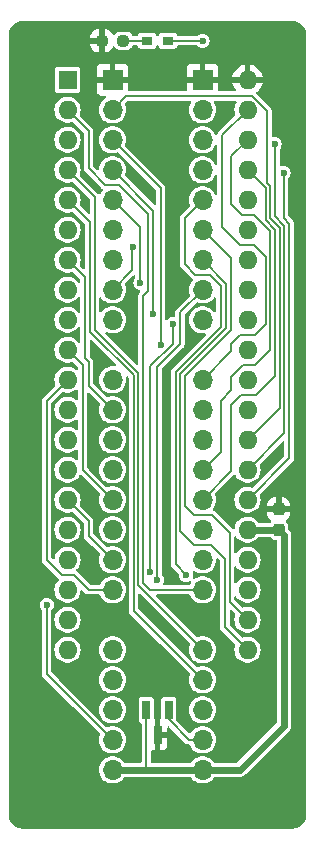
<source format=gbr>
G04 #@! TF.GenerationSoftware,KiCad,Pcbnew,8.0.4+dfsg-1*
G04 #@! TF.CreationDate,2025-03-02T15:08:39+09:00*
G04 #@! TF.ProjectId,bionic-tms7000,62696f6e-6963-42d7-946d-73373030302e,4*
G04 #@! TF.SameCoordinates,Original*
G04 #@! TF.FileFunction,Copper,L1,Top*
G04 #@! TF.FilePolarity,Positive*
%FSLAX46Y46*%
G04 Gerber Fmt 4.6, Leading zero omitted, Abs format (unit mm)*
G04 Created by KiCad (PCBNEW 8.0.4+dfsg-1) date 2025-03-02 15:08:39*
%MOMM*%
%LPD*%
G01*
G04 APERTURE LIST*
G04 Aperture macros list*
%AMRoundRect*
0 Rectangle with rounded corners*
0 $1 Rounding radius*
0 $2 $3 $4 $5 $6 $7 $8 $9 X,Y pos of 4 corners*
0 Add a 4 corners polygon primitive as box body*
4,1,4,$2,$3,$4,$5,$6,$7,$8,$9,$2,$3,0*
0 Add four circle primitives for the rounded corners*
1,1,$1+$1,$2,$3*
1,1,$1+$1,$4,$5*
1,1,$1+$1,$6,$7*
1,1,$1+$1,$8,$9*
0 Add four rect primitives between the rounded corners*
20,1,$1+$1,$2,$3,$4,$5,0*
20,1,$1+$1,$4,$5,$6,$7,0*
20,1,$1+$1,$6,$7,$8,$9,0*
20,1,$1+$1,$8,$9,$2,$3,0*%
G04 Aperture macros list end*
G04 #@! TA.AperFunction,ComponentPad*
%ADD10O,1.700000X1.700000*%
G04 #@! TD*
G04 #@! TA.AperFunction,ComponentPad*
%ADD11R,1.700000X1.700000*%
G04 #@! TD*
G04 #@! TA.AperFunction,SMDPad,CuDef*
%ADD12R,0.965200X0.762000*%
G04 #@! TD*
G04 #@! TA.AperFunction,SMDPad,CuDef*
%ADD13R,0.660400X1.625600*%
G04 #@! TD*
G04 #@! TA.AperFunction,SMDPad,CuDef*
%ADD14RoundRect,0.237500X0.250000X0.237500X-0.250000X0.237500X-0.250000X-0.237500X0.250000X-0.237500X0*%
G04 #@! TD*
G04 #@! TA.AperFunction,ComponentPad*
%ADD15R,1.600000X1.600000*%
G04 #@! TD*
G04 #@! TA.AperFunction,ComponentPad*
%ADD16O,1.600000X1.600000*%
G04 #@! TD*
G04 #@! TA.AperFunction,SMDPad,CuDef*
%ADD17RoundRect,0.237500X0.237500X-0.300000X0.237500X0.300000X-0.237500X0.300000X-0.237500X-0.300000X0*%
G04 #@! TD*
G04 #@! TA.AperFunction,ViaPad*
%ADD18C,0.600000*%
G04 #@! TD*
G04 #@! TA.AperFunction,Conductor*
%ADD19C,0.200000*%
G04 #@! TD*
G04 #@! TA.AperFunction,Conductor*
%ADD20C,0.600000*%
G04 #@! TD*
G04 #@! TA.AperFunction,Conductor*
%ADD21C,0.800000*%
G04 #@! TD*
G04 APERTURE END LIST*
D10*
X117510000Y-133500000D03*
X117510000Y-130960000D03*
X117510000Y-128420000D03*
X117510000Y-125880000D03*
X117510000Y-123340000D03*
X117510000Y-118260000D03*
X117510000Y-115720000D03*
X117510000Y-113180000D03*
X117510000Y-110640000D03*
X117510000Y-108100000D03*
X117510000Y-105560000D03*
X117510000Y-103020000D03*
X117510000Y-100480000D03*
X117510000Y-95400000D03*
X117510000Y-92860000D03*
X117510000Y-90320000D03*
X117510000Y-87780000D03*
X117510000Y-85240000D03*
X117510000Y-82700000D03*
X117510000Y-80160000D03*
X117510000Y-77620000D03*
D11*
X117510000Y-75080000D03*
X109890000Y-75080000D03*
D10*
X109890000Y-77620000D03*
X109890000Y-80160000D03*
X109890000Y-82700000D03*
X109890000Y-85240000D03*
X109890000Y-87780000D03*
X109890000Y-90320000D03*
X109890000Y-92860000D03*
X109890000Y-95400000D03*
X109890000Y-100480000D03*
X109890000Y-103020000D03*
X109890000Y-105560000D03*
X109890000Y-108100000D03*
X109890000Y-110640000D03*
X109890000Y-113180000D03*
X109890000Y-115720000D03*
X109890000Y-118260000D03*
X109890000Y-123340000D03*
X109890000Y-125880000D03*
X109890000Y-128420000D03*
X109890000Y-130960000D03*
X109890000Y-133500000D03*
D12*
X112823700Y-71778000D03*
X114576300Y-71778000D03*
D13*
X114650001Y-128420000D03*
X112749999Y-128420000D03*
X113700000Y-130552000D03*
D14*
X110802500Y-71778000D03*
X108977500Y-71778000D03*
D15*
X106080000Y-75080000D03*
D16*
X106080000Y-77620000D03*
X106080000Y-80160000D03*
X106080000Y-82700000D03*
X106080000Y-85240000D03*
X106080000Y-87780000D03*
X106080000Y-90320000D03*
X106080000Y-92860000D03*
X106080000Y-95400000D03*
X106080000Y-97940000D03*
X106080000Y-100480000D03*
X106080000Y-103020000D03*
X106080000Y-105560000D03*
X106080000Y-108100000D03*
X106080000Y-110640000D03*
X106080000Y-113180000D03*
X106080000Y-115720000D03*
X106080000Y-118260000D03*
X106080000Y-120800000D03*
X106080000Y-123340000D03*
X121320000Y-123340000D03*
X121320000Y-120800000D03*
X121320000Y-118260000D03*
X121320000Y-115720000D03*
X121320000Y-113180000D03*
X121320000Y-110640000D03*
X121320000Y-108100000D03*
X121320000Y-105560000D03*
X121320000Y-103020000D03*
X121320000Y-100480000D03*
X121320000Y-97940000D03*
X121320000Y-95400000D03*
X121320000Y-92860000D03*
X121320000Y-90320000D03*
X121320000Y-87780000D03*
X121320000Y-85240000D03*
X121320000Y-82700000D03*
X121320000Y-80160000D03*
X121320000Y-77620000D03*
X121320000Y-75080000D03*
D17*
X123961600Y-113178900D03*
X123961600Y-111453900D03*
D18*
X111160000Y-96797000D03*
X114462000Y-100099000D03*
X110779000Y-121308000D03*
X117510000Y-71778000D03*
X125130000Y-133500000D03*
X114462000Y-101750000D03*
X102397000Y-79017000D03*
X114970000Y-90320000D03*
X114970000Y-87780000D03*
X114716000Y-116736000D03*
X123987000Y-109751000D03*
X125130000Y-75080000D03*
X113700000Y-132230000D03*
X115097000Y-92860000D03*
X113700000Y-80160000D03*
X121320000Y-128420000D03*
X113700000Y-123848000D03*
X104302000Y-88923000D03*
X103540000Y-130960000D03*
X114970000Y-85240000D03*
X123352000Y-116863000D03*
X114037735Y-97515735D03*
X113354000Y-94892000D03*
X112256735Y-92301200D03*
X111626800Y-89202400D03*
X104321000Y-119530000D03*
X113068000Y-116736000D03*
X114986000Y-95781000D03*
X113636500Y-117434500D03*
X116113000Y-116990000D03*
X124368000Y-82954000D03*
X123606000Y-80541000D03*
D19*
X106080000Y-77620000D02*
X107858000Y-79398000D01*
X112856735Y-86428735D02*
X112856735Y-92992065D01*
X107858000Y-79398000D02*
X107858000Y-82573000D01*
X107858000Y-82573000D02*
X109255000Y-83970000D01*
X112856735Y-92992065D02*
X112468000Y-93380800D01*
X113065000Y-118260000D02*
X117510000Y-118260000D01*
X109255000Y-83970000D02*
X110398000Y-83970000D01*
X110398000Y-83970000D02*
X112856735Y-86428735D01*
X112468000Y-93380800D02*
X112468000Y-117663000D01*
X112468000Y-117663000D02*
X113065000Y-118260000D01*
X109890000Y-118260000D02*
X107858000Y-118260000D01*
X104302000Y-102258000D02*
X106080000Y-100480000D01*
X107858000Y-118260000D02*
X106588000Y-116990000D01*
X106588000Y-116990000D02*
X105572000Y-116990000D01*
X105572000Y-116990000D02*
X104302000Y-115720000D01*
X104302000Y-115720000D02*
X104302000Y-102258000D01*
X113668000Y-117403000D02*
X113668000Y-99369000D01*
X113636500Y-117434500D02*
X113668000Y-117403000D01*
X113668000Y-99369000D02*
X115586000Y-97451000D01*
X115586000Y-97451000D02*
X115586000Y-94784000D01*
X115586000Y-94784000D02*
X117510000Y-92860000D01*
X113068000Y-116736000D02*
X113065000Y-116733000D01*
X113065000Y-116733000D02*
X113065000Y-99337000D01*
X113065000Y-99337000D02*
X114986000Y-97416000D01*
X114986000Y-97416000D02*
X114986000Y-95781000D01*
X106080000Y-82700000D02*
X108366000Y-84986000D01*
X108366000Y-84986000D02*
X108366000Y-96231314D01*
X108366000Y-96231314D02*
X112068000Y-99933314D01*
X112068000Y-117898000D02*
X117510000Y-123340000D01*
X112068000Y-99933314D02*
X112068000Y-117898000D01*
X106080000Y-85240000D02*
X107966000Y-87126000D01*
X107966000Y-87126000D02*
X107966000Y-96397000D01*
X111668000Y-100099000D02*
X111668000Y-120038000D01*
X111668000Y-120038000D02*
X117510000Y-125880000D01*
X107966000Y-96397000D02*
X111668000Y-100099000D01*
X106080000Y-90320000D02*
X107566000Y-91806000D01*
X107566000Y-91806000D02*
X107566000Y-98664000D01*
X107566000Y-98664000D02*
X107858000Y-98956000D01*
X107858000Y-98956000D02*
X107858000Y-100988000D01*
X107858000Y-100988000D02*
X109890000Y-103020000D01*
X113354000Y-94892000D02*
X113354000Y-86164000D01*
X113354000Y-86164000D02*
X109890000Y-82700000D01*
X113954000Y-97432000D02*
X113954000Y-84224000D01*
X114037735Y-97515735D02*
X113954000Y-97432000D01*
X113954000Y-84224000D02*
X109890000Y-80160000D01*
X117510000Y-85240000D02*
X115986000Y-86764000D01*
X115986000Y-86764000D02*
X115986000Y-90701000D01*
X115986000Y-90701000D02*
X116875000Y-91590000D01*
X116875000Y-91590000D02*
X118107000Y-91590000D01*
X118107000Y-91590000D02*
X119034000Y-92517000D01*
X115224000Y-116101000D02*
X116113000Y-116990000D01*
X119034000Y-92517000D02*
X119034000Y-96014878D01*
X119034000Y-96014878D02*
X115224000Y-99824878D01*
X115224000Y-99824878D02*
X115224000Y-116101000D01*
X117510000Y-90320000D02*
X119523000Y-92333000D01*
X119523000Y-92333000D02*
X119523000Y-96091564D01*
X116808300Y-114450000D02*
X118223650Y-114450000D01*
X119396000Y-115622350D02*
X119396000Y-121416000D01*
X119523000Y-96091564D02*
X115624000Y-99990564D01*
X115624000Y-99990564D02*
X115624000Y-113265700D01*
X115624000Y-113265700D02*
X116808300Y-114450000D01*
X119396000Y-121416000D02*
X121320000Y-123340000D01*
X118223650Y-114450000D02*
X119396000Y-115622350D01*
X117510000Y-87780000D02*
X119923000Y-90193000D01*
X119923000Y-90193000D02*
X119923000Y-96257250D01*
X119923000Y-96257250D02*
X116024000Y-100156250D01*
X116024000Y-100156250D02*
X116024000Y-111186000D01*
X116024000Y-111186000D02*
X116748000Y-111910000D01*
X116748000Y-111910000D02*
X118272000Y-111910000D01*
X119796000Y-119276000D02*
X121320000Y-120800000D01*
X118272000Y-111910000D02*
X119796000Y-113434000D01*
X119796000Y-113434000D02*
X119796000Y-119276000D01*
D20*
X124418800Y-129766200D02*
X120685000Y-133500000D01*
D19*
X117510000Y-71778000D02*
X114576300Y-71778000D01*
X112749999Y-133434001D02*
X112684000Y-133500000D01*
D20*
X121320000Y-113180000D02*
X123960500Y-113180000D01*
X120685000Y-133500000D02*
X117510000Y-133500000D01*
X109890000Y-133500000D02*
X112684000Y-133500000D01*
D19*
X112749999Y-128420000D02*
X112749999Y-133434001D01*
D20*
X124418800Y-113636100D02*
X124418800Y-129766200D01*
X112684000Y-133500000D02*
X117510000Y-133500000D01*
X123961600Y-113178900D02*
X124418800Y-113636100D01*
D19*
X123706500Y-113180000D02*
X123860000Y-113026500D01*
D21*
X123960500Y-113180000D02*
X123961600Y-113178900D01*
D19*
X112823700Y-71778000D02*
X110802500Y-71778000D01*
X109890000Y-77620000D02*
X111040000Y-76470000D01*
X124044000Y-87594630D02*
X124044000Y-102836000D01*
X122971000Y-83785314D02*
X123244000Y-84058315D01*
X111040000Y-76470000D02*
X121725635Y-76470000D01*
X122971000Y-77715365D02*
X122971000Y-83785314D01*
X124044000Y-102836000D02*
X121320000Y-105560000D01*
X123244000Y-86794628D02*
X124044000Y-87594630D01*
X121725635Y-76470000D02*
X122971000Y-77715365D01*
X123244000Y-84058315D02*
X123244000Y-86794628D01*
X112226800Y-87576800D02*
X109890000Y-85240000D01*
X112226800Y-92271265D02*
X112226800Y-87576800D01*
X112256735Y-92301200D02*
X112226800Y-92271265D01*
X111566400Y-89262800D02*
X111566400Y-91183600D01*
X111626800Y-89202400D02*
X111566400Y-89262800D01*
X111566400Y-91183600D02*
X109890000Y-92860000D01*
X107350000Y-108100000D02*
X109890000Y-110640000D01*
X107350000Y-99210000D02*
X107350000Y-108100000D01*
X106080000Y-97940000D02*
X107350000Y-99210000D01*
X106080000Y-110640000D02*
X107858000Y-112418000D01*
X107858000Y-112418000D02*
X107858000Y-113688000D01*
X107858000Y-113688000D02*
X109890000Y-115720000D01*
X104302000Y-119549000D02*
X104302000Y-125372000D01*
X104302000Y-125372000D02*
X109890000Y-130960000D01*
X104321000Y-119530000D02*
X104302000Y-119549000D01*
X116367000Y-130960000D02*
X117510000Y-130960000D01*
X114650001Y-129243001D02*
X116367000Y-130960000D01*
X114650001Y-128420000D02*
X114650001Y-129243001D01*
X122844000Y-86960314D02*
X123644000Y-87760315D01*
X122034365Y-101797635D02*
X120764365Y-101797635D01*
X123644000Y-87760315D02*
X123644000Y-100188000D01*
X120764365Y-101797635D02*
X119923000Y-102639000D01*
X123644000Y-100188000D02*
X122034365Y-101797635D01*
X121320000Y-82700000D02*
X122844000Y-84224000D01*
X119923000Y-108227000D02*
X117510000Y-110640000D01*
X122844000Y-84224000D02*
X122844000Y-86960314D01*
X119923000Y-102639000D02*
X119923000Y-108227000D01*
X123244000Y-87926000D02*
X121828000Y-86510000D01*
X119923000Y-85621000D02*
X119923000Y-81557000D01*
X121828000Y-86510000D02*
X120812000Y-86510000D01*
X117510000Y-108100000D02*
X119034000Y-106576000D01*
X121955000Y-99210000D02*
X123244000Y-97921000D01*
X120812000Y-86510000D02*
X119923000Y-85621000D01*
X123244000Y-97921000D02*
X123244000Y-87926000D01*
X119923000Y-101369000D02*
X119923000Y-100226000D01*
X119034000Y-106576000D02*
X119034000Y-102258000D01*
X119034000Y-102258000D02*
X119923000Y-101369000D01*
X119923000Y-100226000D02*
X120939000Y-99210000D01*
X119923000Y-81557000D02*
X121320000Y-80160000D01*
X120939000Y-99210000D02*
X121955000Y-99210000D01*
X120685000Y-89050000D02*
X121828000Y-89050000D01*
X119923000Y-97432000D02*
X119923000Y-98067000D01*
X121955000Y-96670000D02*
X120685000Y-96670000D01*
X122844000Y-95781000D02*
X121955000Y-96670000D01*
X120685000Y-96670000D02*
X119923000Y-97432000D01*
X119161000Y-79779000D02*
X119161000Y-87526000D01*
X121320000Y-77620000D02*
X119161000Y-79779000D01*
X119161000Y-87526000D02*
X120685000Y-89050000D01*
X119923000Y-98067000D02*
X117510000Y-100480000D01*
X121828000Y-89050000D02*
X122844000Y-90066000D01*
X122844000Y-90066000D02*
X122844000Y-95781000D01*
X124368000Y-82954000D02*
X124368000Y-86787259D01*
X124844000Y-107116000D02*
X121320000Y-110640000D01*
X124844000Y-87263260D02*
X124844000Y-107116000D01*
X124368000Y-86787259D02*
X124844000Y-87263260D01*
X123644000Y-86628943D02*
X124444000Y-87428945D01*
X124444000Y-104976000D02*
X121320000Y-108100000D01*
X124444000Y-87428945D02*
X124444000Y-104976000D01*
X123606000Y-80541000D02*
X123644000Y-80579000D01*
X123644000Y-80579000D02*
X123644000Y-86628943D01*
G04 #@! TA.AperFunction,Conductor*
G36*
X118566827Y-93483165D02*
G01*
X118615654Y-93520037D01*
X118633500Y-93576738D01*
X118633500Y-94683261D01*
X118614593Y-94741452D01*
X118565093Y-94777416D01*
X118503907Y-94777416D01*
X118455497Y-94742922D01*
X118363880Y-94621603D01*
X118363877Y-94621600D01*
X118363872Y-94621593D01*
X118272489Y-94538286D01*
X118206307Y-94477952D01*
X118206300Y-94477946D01*
X118025024Y-94365705D01*
X118025019Y-94365702D01*
X117826195Y-94288678D01*
X117616610Y-94249500D01*
X117403390Y-94249500D01*
X117193804Y-94288678D01*
X116994980Y-94365702D01*
X116994975Y-94365705D01*
X116813699Y-94477946D01*
X116813692Y-94477952D01*
X116656135Y-94621586D01*
X116656131Y-94621589D01*
X116656128Y-94621593D01*
X116656125Y-94621597D01*
X116527635Y-94791743D01*
X116527630Y-94791752D01*
X116432596Y-94982608D01*
X116374244Y-95187688D01*
X116374244Y-95187690D01*
X116354571Y-95400000D01*
X116374244Y-95612310D01*
X116432595Y-95817389D01*
X116527634Y-96008255D01*
X116656128Y-96178407D01*
X116684776Y-96204523D01*
X116813692Y-96322047D01*
X116813699Y-96322053D01*
X116858060Y-96349520D01*
X116994981Y-96434298D01*
X117193802Y-96511321D01*
X117403390Y-96550500D01*
X117616610Y-96550500D01*
X117690235Y-96536737D01*
X117750909Y-96544629D01*
X117795356Y-96586678D01*
X117806599Y-96646822D01*
X117780343Y-96702087D01*
X117778430Y-96704055D01*
X114903516Y-99578969D01*
X114850794Y-99670285D01*
X114842406Y-99701593D01*
X114827895Y-99755750D01*
X114823500Y-99772151D01*
X114823500Y-116048273D01*
X114823500Y-116153727D01*
X114847570Y-116243559D01*
X114850794Y-116255592D01*
X114903516Y-116346908D01*
X114903518Y-116346910D01*
X114903520Y-116346913D01*
X115478323Y-116921716D01*
X115506099Y-116976231D01*
X115506981Y-116987447D01*
X115527955Y-117146758D01*
X115527957Y-117146766D01*
X115588462Y-117292838D01*
X115588462Y-117292839D01*
X115646839Y-117368917D01*
X115684718Y-117418282D01*
X115810159Y-117514536D01*
X115810160Y-117514536D01*
X115810161Y-117514537D01*
X115956233Y-117575042D01*
X115956238Y-117575044D01*
X116073809Y-117590522D01*
X116112999Y-117595682D01*
X116113000Y-117595682D01*
X116113001Y-117595682D01*
X116146604Y-117591258D01*
X116269762Y-117575044D01*
X116398319Y-117521793D01*
X116459314Y-117516993D01*
X116511483Y-117548962D01*
X116534898Y-117605490D01*
X116524825Y-117657385D01*
X116451509Y-117804627D01*
X116408646Y-117848290D01*
X116362887Y-117859500D01*
X114258600Y-117859500D01*
X114200409Y-117840593D01*
X114164445Y-117791093D01*
X114164445Y-117729907D01*
X114167136Y-117722614D01*
X114221544Y-117591262D01*
X114242182Y-117434500D01*
X114221544Y-117277738D01*
X114161037Y-117131661D01*
X114161037Y-117131660D01*
X114088958Y-117037724D01*
X114068534Y-116980048D01*
X114068500Y-116977457D01*
X114068500Y-99575899D01*
X114087407Y-99517708D01*
X114097490Y-99505901D01*
X115831910Y-97771481D01*
X115831913Y-97771480D01*
X115906480Y-97696913D01*
X115959207Y-97605587D01*
X115976915Y-97539500D01*
X115986501Y-97503727D01*
X115986501Y-97398273D01*
X115986501Y-97392211D01*
X115986500Y-97392193D01*
X115986500Y-94990900D01*
X116005407Y-94932709D01*
X116015490Y-94920902D01*
X116983326Y-93953065D01*
X117037841Y-93925290D01*
X117089090Y-93930756D01*
X117193802Y-93971321D01*
X117403390Y-94010500D01*
X117616610Y-94010500D01*
X117826198Y-93971321D01*
X118025019Y-93894298D01*
X118206302Y-93782052D01*
X118363872Y-93638407D01*
X118455498Y-93517075D01*
X118505653Y-93482034D01*
X118566827Y-93483165D01*
G37*
G04 #@! TD.AperFunction*
G04 #@! TA.AperFunction,Conductor*
G36*
X111772245Y-91640889D02*
G01*
X111815510Y-91684154D01*
X111826300Y-91729099D01*
X111826300Y-91842117D01*
X111807393Y-91900308D01*
X111805861Y-91902359D01*
X111732199Y-91998359D01*
X111683710Y-92115423D01*
X111671692Y-92144436D01*
X111671690Y-92144441D01*
X111651053Y-92301199D01*
X111651053Y-92301200D01*
X111671690Y-92457958D01*
X111671692Y-92457966D01*
X111732197Y-92604038D01*
X111732197Y-92604039D01*
X111772772Y-92656917D01*
X111828453Y-92729482D01*
X111953894Y-92825736D01*
X112099973Y-92886244D01*
X112162670Y-92894498D01*
X112217895Y-92920839D01*
X112247090Y-92974609D01*
X112239104Y-93035271D01*
X112219752Y-93062654D01*
X112147520Y-93134886D01*
X112147516Y-93134891D01*
X112094794Y-93226207D01*
X112073269Y-93306543D01*
X112067500Y-93328073D01*
X112067500Y-99127413D01*
X112048593Y-99185604D01*
X111999093Y-99221568D01*
X111937907Y-99221568D01*
X111898496Y-99197417D01*
X109315706Y-96614627D01*
X109287929Y-96560110D01*
X109297500Y-96499678D01*
X109340765Y-96456413D01*
X109401197Y-96446842D01*
X109421465Y-96452305D01*
X109573802Y-96511321D01*
X109783390Y-96550500D01*
X109996610Y-96550500D01*
X110206198Y-96511321D01*
X110405019Y-96434298D01*
X110586302Y-96322052D01*
X110743872Y-96178407D01*
X110872366Y-96008255D01*
X110967405Y-95817389D01*
X111025756Y-95612310D01*
X111045429Y-95400000D01*
X111025756Y-95187690D01*
X110967405Y-94982611D01*
X110872366Y-94791745D01*
X110743872Y-94621593D01*
X110652489Y-94538286D01*
X110586307Y-94477952D01*
X110586300Y-94477946D01*
X110405024Y-94365705D01*
X110405019Y-94365702D01*
X110206195Y-94288678D01*
X109996610Y-94249500D01*
X109783390Y-94249500D01*
X109573804Y-94288678D01*
X109374980Y-94365702D01*
X109374975Y-94365705D01*
X109193699Y-94477946D01*
X109193692Y-94477952D01*
X109036135Y-94621586D01*
X109036119Y-94621603D01*
X108944503Y-94742922D01*
X108894347Y-94777965D01*
X108833172Y-94776834D01*
X108784345Y-94739961D01*
X108766500Y-94683261D01*
X108766500Y-93576738D01*
X108785407Y-93518547D01*
X108834907Y-93482583D01*
X108896093Y-93482583D01*
X108944501Y-93517075D01*
X109036128Y-93638407D01*
X109036135Y-93638413D01*
X109193692Y-93782047D01*
X109193699Y-93782053D01*
X109297389Y-93846255D01*
X109374981Y-93894298D01*
X109573802Y-93971321D01*
X109783390Y-94010500D01*
X109996610Y-94010500D01*
X110206198Y-93971321D01*
X110405019Y-93894298D01*
X110586302Y-93782052D01*
X110743872Y-93638407D01*
X110872366Y-93468255D01*
X110967405Y-93277389D01*
X111025756Y-93072310D01*
X111045429Y-92860000D01*
X111025756Y-92647690D01*
X110967405Y-92442611D01*
X110967401Y-92442604D01*
X110965752Y-92438344D01*
X110967132Y-92437809D01*
X110959019Y-92383364D01*
X110986648Y-92329742D01*
X111657296Y-91659094D01*
X111711813Y-91631318D01*
X111772245Y-91640889D01*
G37*
G04 #@! TD.AperFunction*
G04 #@! TA.AperFunction,Conductor*
G36*
X125134309Y-70100877D02*
G01*
X125324457Y-70117512D01*
X125341437Y-70120505D01*
X125521635Y-70168789D01*
X125537839Y-70174687D01*
X125706902Y-70253523D01*
X125721842Y-70262149D01*
X125874641Y-70369140D01*
X125887861Y-70380232D01*
X126019767Y-70512138D01*
X126030859Y-70525358D01*
X126137850Y-70678157D01*
X126146477Y-70693100D01*
X126202537Y-70813320D01*
X126225308Y-70862151D01*
X126231211Y-70878368D01*
X126279492Y-71058555D01*
X126282488Y-71075550D01*
X126299123Y-71265690D01*
X126299500Y-71274318D01*
X126299500Y-137305681D01*
X126299123Y-137314309D01*
X126282488Y-137504449D01*
X126279492Y-137521444D01*
X126231211Y-137701631D01*
X126225308Y-137717848D01*
X126146478Y-137886898D01*
X126137850Y-137901842D01*
X126030859Y-138054641D01*
X126019767Y-138067861D01*
X125887861Y-138199767D01*
X125874641Y-138210859D01*
X125721842Y-138317850D01*
X125706898Y-138326478D01*
X125537848Y-138405308D01*
X125521631Y-138411211D01*
X125341444Y-138459492D01*
X125324449Y-138462488D01*
X125134309Y-138479123D01*
X125125681Y-138479500D01*
X102274319Y-138479500D01*
X102265691Y-138479123D01*
X102075550Y-138462488D01*
X102058555Y-138459492D01*
X101878368Y-138411211D01*
X101862154Y-138405309D01*
X101693100Y-138326477D01*
X101678157Y-138317850D01*
X101525358Y-138210859D01*
X101512138Y-138199767D01*
X101380232Y-138067861D01*
X101369140Y-138054641D01*
X101262149Y-137901842D01*
X101253523Y-137886902D01*
X101174687Y-137717839D01*
X101168788Y-137701631D01*
X101149843Y-137630926D01*
X101120505Y-137521437D01*
X101117512Y-137504457D01*
X101100877Y-137314309D01*
X101100500Y-137305681D01*
X101100500Y-119529999D01*
X103715318Y-119529999D01*
X103715318Y-119530000D01*
X103735955Y-119686758D01*
X103735957Y-119686766D01*
X103796462Y-119832838D01*
X103796463Y-119832839D01*
X103796464Y-119832841D01*
X103861823Y-119918019D01*
X103881042Y-119943065D01*
X103901466Y-120000741D01*
X103901500Y-120003332D01*
X103901500Y-125319273D01*
X103901500Y-125424727D01*
X103911650Y-125462608D01*
X103928794Y-125526592D01*
X103981516Y-125617908D01*
X103981517Y-125617909D01*
X103981518Y-125617910D01*
X103981520Y-125617913D01*
X106571295Y-128207688D01*
X108793348Y-130429741D01*
X108821125Y-130484258D01*
X108812904Y-130537818D01*
X108814249Y-130538339D01*
X108812598Y-130542598D01*
X108754244Y-130747688D01*
X108749211Y-130802001D01*
X108734571Y-130960000D01*
X108754244Y-131172310D01*
X108812595Y-131377389D01*
X108907634Y-131568255D01*
X109036128Y-131738407D01*
X109036135Y-131738413D01*
X109193692Y-131882047D01*
X109193699Y-131882053D01*
X109220081Y-131898388D01*
X109374981Y-131994298D01*
X109573802Y-132071321D01*
X109783390Y-132110500D01*
X109996610Y-132110500D01*
X110206198Y-132071321D01*
X110405019Y-131994298D01*
X110586302Y-131882052D01*
X110743872Y-131738407D01*
X110872366Y-131568255D01*
X110967405Y-131377389D01*
X111025756Y-131172310D01*
X111045429Y-130960000D01*
X111025756Y-130747690D01*
X110967405Y-130542611D01*
X110872366Y-130351745D01*
X110743872Y-130181593D01*
X110689623Y-130132139D01*
X110586307Y-130037952D01*
X110586300Y-130037946D01*
X110405024Y-129925705D01*
X110405019Y-129925702D01*
X110319657Y-129892633D01*
X110206198Y-129848679D01*
X110206197Y-129848678D01*
X110206195Y-129848678D01*
X109996610Y-129809500D01*
X109783390Y-129809500D01*
X109573802Y-129848678D01*
X109469091Y-129889243D01*
X109408000Y-129892633D01*
X109363325Y-129866932D01*
X107916393Y-128420000D01*
X108734571Y-128420000D01*
X108754244Y-128632310D01*
X108812595Y-128837389D01*
X108907634Y-129028255D01*
X109036128Y-129198407D01*
X109036135Y-129198413D01*
X109193692Y-129342047D01*
X109193699Y-129342053D01*
X109296273Y-129405564D01*
X109374981Y-129454298D01*
X109573802Y-129531321D01*
X109783390Y-129570500D01*
X109996610Y-129570500D01*
X110206198Y-129531321D01*
X110405019Y-129454298D01*
X110586302Y-129342052D01*
X110743872Y-129198407D01*
X110872366Y-129028255D01*
X110967405Y-128837389D01*
X111025756Y-128632310D01*
X111045429Y-128420000D01*
X111025756Y-128207690D01*
X110967405Y-128002611D01*
X110872366Y-127811745D01*
X110743872Y-127641593D01*
X110656931Y-127562335D01*
X110586307Y-127497952D01*
X110586300Y-127497946D01*
X110405024Y-127385705D01*
X110405019Y-127385702D01*
X110208614Y-127309615D01*
X110206198Y-127308679D01*
X110206197Y-127308678D01*
X110206195Y-127308678D01*
X109996610Y-127269500D01*
X109783390Y-127269500D01*
X109573804Y-127308678D01*
X109374980Y-127385702D01*
X109374975Y-127385705D01*
X109193699Y-127497946D01*
X109193692Y-127497952D01*
X109036135Y-127641586D01*
X109036131Y-127641589D01*
X109036128Y-127641593D01*
X109036125Y-127641597D01*
X108907635Y-127811743D01*
X108907630Y-127811752D01*
X108812596Y-128002608D01*
X108754244Y-128207688D01*
X108754244Y-128207690D01*
X108734571Y-128420000D01*
X107916393Y-128420000D01*
X105376393Y-125880000D01*
X108734571Y-125880000D01*
X108754244Y-126092310D01*
X108812595Y-126297389D01*
X108907634Y-126488255D01*
X109036128Y-126658407D01*
X109036135Y-126658413D01*
X109193692Y-126802047D01*
X109193699Y-126802053D01*
X109297389Y-126866255D01*
X109374981Y-126914298D01*
X109573802Y-126991321D01*
X109783390Y-127030500D01*
X109996610Y-127030500D01*
X110206198Y-126991321D01*
X110405019Y-126914298D01*
X110586302Y-126802052D01*
X110743872Y-126658407D01*
X110872366Y-126488255D01*
X110967405Y-126297389D01*
X111025756Y-126092310D01*
X111045429Y-125880000D01*
X111025756Y-125667690D01*
X110967405Y-125462611D01*
X110872366Y-125271745D01*
X110743872Y-125101593D01*
X110689623Y-125052139D01*
X110586307Y-124957952D01*
X110586300Y-124957946D01*
X110405024Y-124845705D01*
X110405019Y-124845702D01*
X110319657Y-124812633D01*
X110206198Y-124768679D01*
X110206197Y-124768678D01*
X110206195Y-124768678D01*
X109996610Y-124729500D01*
X109783390Y-124729500D01*
X109573804Y-124768678D01*
X109374980Y-124845702D01*
X109374975Y-124845705D01*
X109193699Y-124957946D01*
X109193692Y-124957952D01*
X109036135Y-125101586D01*
X109036131Y-125101589D01*
X109036128Y-125101593D01*
X109036125Y-125101597D01*
X108907635Y-125271743D01*
X108907630Y-125271752D01*
X108812596Y-125462608D01*
X108754244Y-125667688D01*
X108754244Y-125667690D01*
X108734571Y-125880000D01*
X105376393Y-125880000D01*
X104731496Y-125235103D01*
X104703719Y-125180586D01*
X104702500Y-125165099D01*
X104702500Y-123340000D01*
X104974785Y-123340000D01*
X104993603Y-123543083D01*
X105049418Y-123739250D01*
X105140327Y-123921821D01*
X105263236Y-124084579D01*
X105413959Y-124221981D01*
X105587363Y-124329348D01*
X105777544Y-124403024D01*
X105978024Y-124440500D01*
X106181976Y-124440500D01*
X106382456Y-124403024D01*
X106572637Y-124329348D01*
X106746041Y-124221981D01*
X106896764Y-124084579D01*
X107019673Y-123921821D01*
X107110582Y-123739250D01*
X107166397Y-123543083D01*
X107185215Y-123340000D01*
X108734571Y-123340000D01*
X108754244Y-123552310D01*
X108812595Y-123757389D01*
X108907634Y-123948255D01*
X109036128Y-124118407D01*
X109036135Y-124118413D01*
X109193692Y-124262047D01*
X109193699Y-124262053D01*
X109297389Y-124326255D01*
X109374981Y-124374298D01*
X109573802Y-124451321D01*
X109783390Y-124490500D01*
X109996610Y-124490500D01*
X110206198Y-124451321D01*
X110405019Y-124374298D01*
X110586302Y-124262052D01*
X110743872Y-124118407D01*
X110872366Y-123948255D01*
X110967405Y-123757389D01*
X111025756Y-123552310D01*
X111045429Y-123340000D01*
X111025756Y-123127690D01*
X110967405Y-122922611D01*
X110872366Y-122731745D01*
X110743872Y-122561593D01*
X110689623Y-122512139D01*
X110586307Y-122417952D01*
X110586300Y-122417946D01*
X110405024Y-122305705D01*
X110405019Y-122305702D01*
X110319657Y-122272633D01*
X110206198Y-122228679D01*
X110206197Y-122228678D01*
X110206195Y-122228678D01*
X109996610Y-122189500D01*
X109783390Y-122189500D01*
X109573804Y-122228678D01*
X109374980Y-122305702D01*
X109374975Y-122305705D01*
X109193699Y-122417946D01*
X109193692Y-122417952D01*
X109036135Y-122561586D01*
X109036131Y-122561589D01*
X109036128Y-122561593D01*
X109036125Y-122561597D01*
X108907635Y-122731743D01*
X108907630Y-122731752D01*
X108812596Y-122922608D01*
X108754244Y-123127688D01*
X108754244Y-123127690D01*
X108734571Y-123340000D01*
X107185215Y-123340000D01*
X107166397Y-123136917D01*
X107110582Y-122940750D01*
X107019673Y-122758179D01*
X106896764Y-122595421D01*
X106746041Y-122458019D01*
X106572637Y-122350652D01*
X106382456Y-122276976D01*
X106382455Y-122276975D01*
X106382453Y-122276975D01*
X106181976Y-122239500D01*
X105978024Y-122239500D01*
X105777546Y-122276975D01*
X105755334Y-122285580D01*
X105587363Y-122350652D01*
X105478676Y-122417948D01*
X105413959Y-122458019D01*
X105263237Y-122595420D01*
X105140328Y-122758177D01*
X105140323Y-122758186D01*
X105058450Y-122922611D01*
X105049418Y-122940750D01*
X104993603Y-123136917D01*
X104974785Y-123340000D01*
X104702500Y-123340000D01*
X104702500Y-120800000D01*
X104974785Y-120800000D01*
X104993603Y-121003083D01*
X105049418Y-121199250D01*
X105140327Y-121381821D01*
X105263236Y-121544579D01*
X105413959Y-121681981D01*
X105587363Y-121789348D01*
X105777544Y-121863024D01*
X105978024Y-121900500D01*
X106181976Y-121900500D01*
X106382456Y-121863024D01*
X106572637Y-121789348D01*
X106746041Y-121681981D01*
X106896764Y-121544579D01*
X107019673Y-121381821D01*
X107110582Y-121199250D01*
X107166397Y-121003083D01*
X107185215Y-120800000D01*
X107166397Y-120596917D01*
X107110582Y-120400750D01*
X107019673Y-120218179D01*
X106896764Y-120055421D01*
X106746041Y-119918019D01*
X106572637Y-119810652D01*
X106382456Y-119736976D01*
X106382455Y-119736975D01*
X106382453Y-119736975D01*
X106181976Y-119699500D01*
X105978024Y-119699500D01*
X105777546Y-119736975D01*
X105755334Y-119745580D01*
X105587363Y-119810652D01*
X105488110Y-119872107D01*
X105413959Y-119918019D01*
X105263237Y-120055420D01*
X105140328Y-120218177D01*
X105140323Y-120218186D01*
X105049419Y-120400747D01*
X105049418Y-120400750D01*
X104993603Y-120596917D01*
X104974785Y-120800000D01*
X104702500Y-120800000D01*
X104702500Y-120043000D01*
X104721407Y-119984809D01*
X104741238Y-119964454D01*
X104749279Y-119958284D01*
X104749282Y-119958282D01*
X104845536Y-119832841D01*
X104906044Y-119686762D01*
X104926682Y-119530000D01*
X104906044Y-119373238D01*
X104845537Y-119227161D01*
X104845537Y-119227160D01*
X104749284Y-119101721D01*
X104749282Y-119101718D01*
X104749277Y-119101714D01*
X104749276Y-119101713D01*
X104623838Y-119005462D01*
X104477766Y-118944957D01*
X104477758Y-118944955D01*
X104321001Y-118924318D01*
X104320999Y-118924318D01*
X104164241Y-118944955D01*
X104164233Y-118944957D01*
X104018161Y-119005462D01*
X104018160Y-119005462D01*
X103892723Y-119101713D01*
X103892719Y-119101716D01*
X103892718Y-119101718D01*
X103892716Y-119101721D01*
X103796462Y-119227160D01*
X103796462Y-119227161D01*
X103735957Y-119373233D01*
X103735955Y-119373241D01*
X103715318Y-119529999D01*
X101100500Y-119529999D01*
X101100500Y-102205273D01*
X103901500Y-102205273D01*
X103901500Y-115667273D01*
X103901500Y-115772727D01*
X103925570Y-115862559D01*
X103928794Y-115874592D01*
X103981516Y-115965908D01*
X103981518Y-115965910D01*
X103981520Y-115965913D01*
X105326087Y-117310480D01*
X105326089Y-117310481D01*
X105330008Y-117314400D01*
X105357785Y-117368917D01*
X105348214Y-117429349D01*
X105326700Y-117457565D01*
X105263239Y-117515417D01*
X105140328Y-117678177D01*
X105140323Y-117678186D01*
X105058450Y-117842611D01*
X105049418Y-117860750D01*
X104993603Y-118056917D01*
X104974785Y-118260000D01*
X104993603Y-118463083D01*
X105049418Y-118659250D01*
X105140327Y-118841821D01*
X105263236Y-119004579D01*
X105413959Y-119141981D01*
X105587363Y-119249348D01*
X105777544Y-119323024D01*
X105978024Y-119360500D01*
X106181976Y-119360500D01*
X106382456Y-119323024D01*
X106572637Y-119249348D01*
X106746041Y-119141981D01*
X106896764Y-119004579D01*
X107019673Y-118841821D01*
X107110582Y-118659250D01*
X107166397Y-118463083D01*
X107174779Y-118372619D01*
X107198974Y-118316425D01*
X107251581Y-118285181D01*
X107312505Y-118290826D01*
X107343359Y-118311753D01*
X107612086Y-118580479D01*
X107612091Y-118580483D01*
X107703408Y-118633205D01*
X107703406Y-118633205D01*
X107703410Y-118633206D01*
X107703412Y-118633207D01*
X107805273Y-118660500D01*
X107910727Y-118660500D01*
X108742887Y-118660500D01*
X108801078Y-118679407D01*
X108831508Y-118715372D01*
X108888338Y-118829504D01*
X108907634Y-118868255D01*
X109036128Y-119038407D01*
X109086784Y-119084586D01*
X109193692Y-119182047D01*
X109193699Y-119182053D01*
X109266548Y-119227159D01*
X109374981Y-119294298D01*
X109573802Y-119371321D01*
X109783390Y-119410500D01*
X109996610Y-119410500D01*
X110206198Y-119371321D01*
X110405019Y-119294298D01*
X110586302Y-119182052D01*
X110743872Y-119038407D01*
X110872366Y-118868255D01*
X110967405Y-118677389D01*
X111025756Y-118472310D01*
X111045429Y-118260000D01*
X111025756Y-118047690D01*
X110967405Y-117842611D01*
X110872366Y-117651745D01*
X110743872Y-117481593D01*
X110674417Y-117418276D01*
X110586307Y-117337952D01*
X110586300Y-117337946D01*
X110405024Y-117225705D01*
X110405019Y-117225702D01*
X110206195Y-117148678D01*
X109996610Y-117109500D01*
X109783390Y-117109500D01*
X109573804Y-117148678D01*
X109374980Y-117225702D01*
X109374975Y-117225705D01*
X109193699Y-117337946D01*
X109193692Y-117337952D01*
X109036135Y-117481586D01*
X109036131Y-117481589D01*
X109036128Y-117481593D01*
X109036125Y-117481597D01*
X108907635Y-117651743D01*
X108907630Y-117651752D01*
X108831508Y-117804628D01*
X108788646Y-117848290D01*
X108742887Y-117859500D01*
X108064901Y-117859500D01*
X108006710Y-117840593D01*
X107994897Y-117830504D01*
X107435045Y-117270652D01*
X106833913Y-116669520D01*
X106833910Y-116669518D01*
X106829991Y-116665599D01*
X106802214Y-116611082D01*
X106811785Y-116550650D01*
X106833297Y-116522436D01*
X106896764Y-116464579D01*
X107019673Y-116301821D01*
X107110582Y-116119250D01*
X107166397Y-115923083D01*
X107185215Y-115720000D01*
X107166397Y-115516917D01*
X107110582Y-115320750D01*
X107019673Y-115138179D01*
X106896764Y-114975421D01*
X106746041Y-114838019D01*
X106572637Y-114730652D01*
X106382456Y-114656976D01*
X106382455Y-114656975D01*
X106382453Y-114656975D01*
X106181976Y-114619500D01*
X105978024Y-114619500D01*
X105777546Y-114656975D01*
X105737353Y-114672546D01*
X105587363Y-114730652D01*
X105478676Y-114797948D01*
X105413959Y-114838019D01*
X105263237Y-114975420D01*
X105140328Y-115138177D01*
X105140323Y-115138186D01*
X105049419Y-115320747D01*
X104993603Y-115516917D01*
X104985221Y-115607377D01*
X104961025Y-115663575D01*
X104908417Y-115694818D01*
X104847493Y-115689172D01*
X104816639Y-115668246D01*
X104731496Y-115583103D01*
X104703719Y-115528586D01*
X104702500Y-115513099D01*
X104702500Y-113180000D01*
X104974785Y-113180000D01*
X104993603Y-113383083D01*
X105047041Y-113570897D01*
X105049419Y-113579252D01*
X105129823Y-113740727D01*
X105140327Y-113761821D01*
X105263236Y-113924579D01*
X105413959Y-114061981D01*
X105587363Y-114169348D01*
X105777544Y-114243024D01*
X105978024Y-114280500D01*
X106181976Y-114280500D01*
X106382456Y-114243024D01*
X106572637Y-114169348D01*
X106746041Y-114061981D01*
X106896764Y-113924579D01*
X107019673Y-113761821D01*
X107110582Y-113579250D01*
X107166397Y-113383083D01*
X107185215Y-113180000D01*
X107166397Y-112976917D01*
X107110582Y-112780750D01*
X107019673Y-112598179D01*
X106896764Y-112435421D01*
X106746041Y-112298019D01*
X106572637Y-112190652D01*
X106382456Y-112116976D01*
X106382455Y-112116975D01*
X106382453Y-112116975D01*
X106181976Y-112079500D01*
X105978024Y-112079500D01*
X105777546Y-112116975D01*
X105707632Y-112144059D01*
X105587363Y-112190652D01*
X105469850Y-112263413D01*
X105413959Y-112298019D01*
X105292819Y-112408453D01*
X105263236Y-112435421D01*
X105230543Y-112478714D01*
X105140328Y-112598177D01*
X105140323Y-112598186D01*
X105058450Y-112762611D01*
X105049418Y-112780750D01*
X104993603Y-112976917D01*
X104974785Y-113180000D01*
X104702500Y-113180000D01*
X104702500Y-110640000D01*
X104974785Y-110640000D01*
X104993603Y-110843083D01*
X105049418Y-111039250D01*
X105140327Y-111221821D01*
X105263236Y-111384579D01*
X105413959Y-111521981D01*
X105587363Y-111629348D01*
X105777544Y-111703024D01*
X105978024Y-111740500D01*
X106181976Y-111740500D01*
X106382456Y-111703024D01*
X106462258Y-111672107D01*
X106523350Y-111668717D01*
X106568026Y-111694418D01*
X107428504Y-112554896D01*
X107456281Y-112609413D01*
X107457500Y-112624900D01*
X107457500Y-113635273D01*
X107457500Y-113740727D01*
X107478655Y-113819681D01*
X107484794Y-113842592D01*
X107537516Y-113933908D01*
X107537517Y-113933909D01*
X107537518Y-113933910D01*
X107537520Y-113933913D01*
X108173107Y-114569500D01*
X108793348Y-115189741D01*
X108821125Y-115244258D01*
X108812904Y-115297818D01*
X108814249Y-115298339D01*
X108812598Y-115302598D01*
X108754244Y-115507688D01*
X108734571Y-115720000D01*
X108754244Y-115932311D01*
X108763805Y-115965913D01*
X108807434Y-116119252D01*
X108812596Y-116137391D01*
X108871450Y-116255588D01*
X108907634Y-116328255D01*
X109036128Y-116498407D01*
X109105576Y-116561718D01*
X109193692Y-116642047D01*
X109193699Y-116642053D01*
X109238060Y-116669520D01*
X109374981Y-116754298D01*
X109573802Y-116831321D01*
X109783390Y-116870500D01*
X109996610Y-116870500D01*
X110206198Y-116831321D01*
X110405019Y-116754298D01*
X110586302Y-116642052D01*
X110743872Y-116498407D01*
X110872366Y-116328255D01*
X110967405Y-116137389D01*
X111025756Y-115932310D01*
X111045429Y-115720000D01*
X111025756Y-115507690D01*
X110967405Y-115302611D01*
X110872366Y-115111745D01*
X110743872Y-114941593D01*
X110670429Y-114874640D01*
X110586307Y-114797952D01*
X110586300Y-114797946D01*
X110405024Y-114685705D01*
X110405019Y-114685702D01*
X110319657Y-114652633D01*
X110206198Y-114608679D01*
X110206197Y-114608678D01*
X110206195Y-114608678D01*
X109996610Y-114569500D01*
X109783390Y-114569500D01*
X109573802Y-114608678D01*
X109469091Y-114649243D01*
X109408000Y-114652633D01*
X109363325Y-114626932D01*
X108287496Y-113551103D01*
X108259719Y-113496586D01*
X108258500Y-113481099D01*
X108258500Y-113180000D01*
X108734571Y-113180000D01*
X108754244Y-113392310D01*
X108807434Y-113579252D01*
X108812596Y-113597391D01*
X108903772Y-113780500D01*
X108907634Y-113788255D01*
X109036128Y-113958407D01*
X109036135Y-113958413D01*
X109193692Y-114102047D01*
X109193699Y-114102053D01*
X109216063Y-114115900D01*
X109374981Y-114214298D01*
X109573802Y-114291321D01*
X109783390Y-114330500D01*
X109996610Y-114330500D01*
X110206198Y-114291321D01*
X110405019Y-114214298D01*
X110586302Y-114102052D01*
X110743872Y-113958407D01*
X110872366Y-113788255D01*
X110967405Y-113597389D01*
X111025756Y-113392310D01*
X111045429Y-113180000D01*
X111025756Y-112967690D01*
X110967405Y-112762611D01*
X110872366Y-112571745D01*
X110743872Y-112401593D01*
X110643950Y-112310501D01*
X110586307Y-112257952D01*
X110586300Y-112257946D01*
X110405024Y-112145705D01*
X110405019Y-112145702D01*
X110280646Y-112097520D01*
X110206198Y-112068679D01*
X110206197Y-112068678D01*
X110206195Y-112068678D01*
X109996610Y-112029500D01*
X109783390Y-112029500D01*
X109573804Y-112068678D01*
X109374980Y-112145702D01*
X109374975Y-112145705D01*
X109193699Y-112257946D01*
X109193692Y-112257952D01*
X109036135Y-112401586D01*
X109036131Y-112401589D01*
X109036128Y-112401593D01*
X109036125Y-112401597D01*
X108907635Y-112571743D01*
X108907630Y-112571752D01*
X108812596Y-112762608D01*
X108754244Y-112967688D01*
X108737428Y-113149172D01*
X108734571Y-113180000D01*
X108258500Y-113180000D01*
X108258500Y-112478714D01*
X108258501Y-112478701D01*
X108258501Y-112365272D01*
X108258500Y-112365270D01*
X108257573Y-112361812D01*
X108231207Y-112263413D01*
X108189198Y-112190652D01*
X108178480Y-112172087D01*
X108103913Y-112097520D01*
X108103910Y-112097518D01*
X107137336Y-111130943D01*
X107109559Y-111076426D01*
X107112118Y-111033848D01*
X107166397Y-110843083D01*
X107185215Y-110640000D01*
X107166397Y-110436917D01*
X107110582Y-110240750D01*
X107019673Y-110058179D01*
X106896764Y-109895421D01*
X106746041Y-109758019D01*
X106572637Y-109650652D01*
X106382456Y-109576976D01*
X106382455Y-109576975D01*
X106382453Y-109576975D01*
X106181976Y-109539500D01*
X105978024Y-109539500D01*
X105777546Y-109576975D01*
X105777541Y-109576977D01*
X105587363Y-109650652D01*
X105478676Y-109717948D01*
X105413959Y-109758019D01*
X105263237Y-109895420D01*
X105140328Y-110058177D01*
X105140323Y-110058186D01*
X105058450Y-110222611D01*
X105049418Y-110240750D01*
X104993603Y-110436917D01*
X104974785Y-110640000D01*
X104702500Y-110640000D01*
X104702500Y-102464899D01*
X104721407Y-102406708D01*
X104731490Y-102394901D01*
X105591974Y-101534416D01*
X105646489Y-101506641D01*
X105697738Y-101512106D01*
X105777544Y-101543024D01*
X105978024Y-101580500D01*
X106181976Y-101580500D01*
X106382456Y-101543024D01*
X106572637Y-101469348D01*
X106746041Y-101361981D01*
X106783805Y-101327554D01*
X106839545Y-101302324D01*
X106899470Y-101314676D01*
X106940691Y-101359892D01*
X106949500Y-101400716D01*
X106949500Y-102099283D01*
X106930593Y-102157474D01*
X106881093Y-102193438D01*
X106819907Y-102193438D01*
X106783805Y-102172445D01*
X106746043Y-102138021D01*
X106746041Y-102138019D01*
X106572637Y-102030652D01*
X106382456Y-101956976D01*
X106382455Y-101956975D01*
X106382453Y-101956975D01*
X106181976Y-101919500D01*
X105978024Y-101919500D01*
X105777546Y-101956975D01*
X105737353Y-101972546D01*
X105587363Y-102030652D01*
X105446105Y-102118115D01*
X105413959Y-102138019D01*
X105263237Y-102275420D01*
X105140328Y-102438177D01*
X105140323Y-102438186D01*
X105058450Y-102602611D01*
X105049418Y-102620750D01*
X104993603Y-102816917D01*
X104974785Y-103020000D01*
X104993603Y-103223083D01*
X105049418Y-103419250D01*
X105140327Y-103601821D01*
X105263236Y-103764579D01*
X105413959Y-103901981D01*
X105587363Y-104009348D01*
X105777544Y-104083024D01*
X105978024Y-104120500D01*
X106181976Y-104120500D01*
X106382456Y-104083024D01*
X106572637Y-104009348D01*
X106746041Y-103901981D01*
X106783805Y-103867554D01*
X106839545Y-103842324D01*
X106899470Y-103854676D01*
X106940691Y-103899892D01*
X106949500Y-103940716D01*
X106949500Y-104639283D01*
X106930593Y-104697474D01*
X106881093Y-104733438D01*
X106819907Y-104733438D01*
X106783805Y-104712445D01*
X106746043Y-104678021D01*
X106746041Y-104678019D01*
X106572637Y-104570652D01*
X106382456Y-104496976D01*
X106382455Y-104496975D01*
X106382453Y-104496975D01*
X106181976Y-104459500D01*
X105978024Y-104459500D01*
X105777546Y-104496975D01*
X105777541Y-104496977D01*
X105587363Y-104570652D01*
X105478676Y-104637948D01*
X105413959Y-104678019D01*
X105263967Y-104814755D01*
X105263236Y-104815421D01*
X105261503Y-104817716D01*
X105140328Y-104978177D01*
X105140323Y-104978186D01*
X105058450Y-105142611D01*
X105049418Y-105160750D01*
X104993603Y-105356917D01*
X104974785Y-105560000D01*
X104993603Y-105763083D01*
X105049418Y-105959250D01*
X105140327Y-106141821D01*
X105263236Y-106304579D01*
X105413959Y-106441981D01*
X105587363Y-106549348D01*
X105777544Y-106623024D01*
X105978024Y-106660500D01*
X106181976Y-106660500D01*
X106382456Y-106623024D01*
X106572637Y-106549348D01*
X106746041Y-106441981D01*
X106783805Y-106407554D01*
X106839545Y-106382324D01*
X106899470Y-106394676D01*
X106940691Y-106439892D01*
X106949500Y-106480716D01*
X106949500Y-107179283D01*
X106930593Y-107237474D01*
X106881093Y-107273438D01*
X106819907Y-107273438D01*
X106783805Y-107252445D01*
X106746043Y-107218021D01*
X106746041Y-107218019D01*
X106572637Y-107110652D01*
X106382456Y-107036976D01*
X106382455Y-107036975D01*
X106382453Y-107036975D01*
X106181976Y-106999500D01*
X105978024Y-106999500D01*
X105777546Y-107036975D01*
X105725311Y-107057211D01*
X105587363Y-107110652D01*
X105478676Y-107177948D01*
X105413959Y-107218019D01*
X105263967Y-107354755D01*
X105263236Y-107355421D01*
X105237394Y-107389641D01*
X105140328Y-107518177D01*
X105140323Y-107518186D01*
X105058450Y-107682611D01*
X105049418Y-107700750D01*
X104993603Y-107896917D01*
X104974785Y-108100000D01*
X104993603Y-108303083D01*
X105049418Y-108499250D01*
X105140327Y-108681821D01*
X105263236Y-108844579D01*
X105413959Y-108981981D01*
X105587363Y-109089348D01*
X105777544Y-109163024D01*
X105978024Y-109200500D01*
X106181976Y-109200500D01*
X106382456Y-109163024D01*
X106572637Y-109089348D01*
X106746041Y-108981981D01*
X106896764Y-108844579D01*
X107019673Y-108681821D01*
X107073277Y-108574168D01*
X107116138Y-108530508D01*
X107176479Y-108520378D01*
X107231250Y-108547650D01*
X107231901Y-108548294D01*
X108793348Y-110109741D01*
X108821125Y-110164258D01*
X108812904Y-110217818D01*
X108814249Y-110218339D01*
X108812598Y-110222598D01*
X108754244Y-110427688D01*
X108754244Y-110427690D01*
X108734571Y-110640000D01*
X108754244Y-110852310D01*
X108812595Y-111057389D01*
X108907634Y-111248255D01*
X109036128Y-111418407D01*
X109036135Y-111418413D01*
X109193692Y-111562047D01*
X109193699Y-111562053D01*
X109238055Y-111589517D01*
X109374981Y-111674298D01*
X109573802Y-111751321D01*
X109783390Y-111790500D01*
X109996610Y-111790500D01*
X110206198Y-111751321D01*
X110405019Y-111674298D01*
X110586302Y-111562052D01*
X110743872Y-111418407D01*
X110872366Y-111248255D01*
X110967405Y-111057389D01*
X111025756Y-110852310D01*
X111045429Y-110640000D01*
X111025756Y-110427690D01*
X110967405Y-110222611D01*
X110872366Y-110031745D01*
X110743872Y-109861593D01*
X110689623Y-109812139D01*
X110586307Y-109717952D01*
X110586300Y-109717946D01*
X110405024Y-109605705D01*
X110405019Y-109605702D01*
X110353078Y-109585580D01*
X110206198Y-109528679D01*
X110206197Y-109528678D01*
X110206195Y-109528678D01*
X109996610Y-109489500D01*
X109783390Y-109489500D01*
X109573802Y-109528678D01*
X109469091Y-109569243D01*
X109408000Y-109572633D01*
X109363325Y-109546932D01*
X107916393Y-108100000D01*
X108734571Y-108100000D01*
X108754244Y-108312310D01*
X108812595Y-108517389D01*
X108907634Y-108708255D01*
X109036128Y-108878407D01*
X109036135Y-108878413D01*
X109193692Y-109022047D01*
X109193699Y-109022053D01*
X109297389Y-109086255D01*
X109374981Y-109134298D01*
X109573802Y-109211321D01*
X109783390Y-109250500D01*
X109996610Y-109250500D01*
X110206198Y-109211321D01*
X110405019Y-109134298D01*
X110586302Y-109022052D01*
X110743872Y-108878407D01*
X110872366Y-108708255D01*
X110967405Y-108517389D01*
X111025756Y-108312310D01*
X111045429Y-108100000D01*
X111025756Y-107887690D01*
X110967405Y-107682611D01*
X110872366Y-107491745D01*
X110743872Y-107321593D01*
X110668021Y-107252445D01*
X110586307Y-107177952D01*
X110586300Y-107177946D01*
X110405024Y-107065705D01*
X110405019Y-107065702D01*
X110353078Y-107045580D01*
X110206198Y-106988679D01*
X110206197Y-106988678D01*
X110206195Y-106988678D01*
X109996610Y-106949500D01*
X109783390Y-106949500D01*
X109573804Y-106988678D01*
X109374980Y-107065702D01*
X109374975Y-107065705D01*
X109193699Y-107177946D01*
X109193692Y-107177952D01*
X109036135Y-107321586D01*
X109036131Y-107321589D01*
X109036128Y-107321593D01*
X109036125Y-107321597D01*
X108907635Y-107491743D01*
X108907630Y-107491752D01*
X108812596Y-107682608D01*
X108754244Y-107887688D01*
X108754244Y-107887690D01*
X108734571Y-108100000D01*
X107916393Y-108100000D01*
X107779496Y-107963103D01*
X107751719Y-107908586D01*
X107750500Y-107893099D01*
X107750500Y-105560000D01*
X108734571Y-105560000D01*
X108754244Y-105772311D01*
X108766500Y-105815384D01*
X108812595Y-105977389D01*
X108907634Y-106168255D01*
X109036128Y-106338407D01*
X109036135Y-106338413D01*
X109193692Y-106482047D01*
X109193699Y-106482053D01*
X109297389Y-106546255D01*
X109374981Y-106594298D01*
X109573802Y-106671321D01*
X109783390Y-106710500D01*
X109996610Y-106710500D01*
X110206198Y-106671321D01*
X110405019Y-106594298D01*
X110586302Y-106482052D01*
X110743872Y-106338407D01*
X110872366Y-106168255D01*
X110967405Y-105977389D01*
X111025756Y-105772310D01*
X111045429Y-105560000D01*
X111025756Y-105347690D01*
X110967405Y-105142611D01*
X110872366Y-104951745D01*
X110743872Y-104781593D01*
X110668021Y-104712445D01*
X110586307Y-104637952D01*
X110586300Y-104637946D01*
X110405024Y-104525705D01*
X110405019Y-104525702D01*
X110353078Y-104505580D01*
X110206198Y-104448679D01*
X110206197Y-104448678D01*
X110206195Y-104448678D01*
X109996610Y-104409500D01*
X109783390Y-104409500D01*
X109573804Y-104448678D01*
X109374980Y-104525702D01*
X109374975Y-104525705D01*
X109193699Y-104637946D01*
X109193692Y-104637952D01*
X109036135Y-104781586D01*
X109036131Y-104781589D01*
X109036128Y-104781593D01*
X109036125Y-104781597D01*
X108907635Y-104951743D01*
X108907630Y-104951752D01*
X108812596Y-105142608D01*
X108754244Y-105347688D01*
X108734571Y-105560000D01*
X107750500Y-105560000D01*
X107750500Y-101685901D01*
X107769407Y-101627710D01*
X107818907Y-101591746D01*
X107880093Y-101591746D01*
X107919504Y-101615897D01*
X108793348Y-102489741D01*
X108821125Y-102544258D01*
X108812904Y-102597818D01*
X108814249Y-102598339D01*
X108812598Y-102602598D01*
X108754244Y-102807688D01*
X108754244Y-102807690D01*
X108734571Y-103020000D01*
X108754244Y-103232310D01*
X108812595Y-103437389D01*
X108907634Y-103628255D01*
X109036128Y-103798407D01*
X109036135Y-103798413D01*
X109193692Y-103942047D01*
X109193699Y-103942053D01*
X109297389Y-104006255D01*
X109374981Y-104054298D01*
X109573802Y-104131321D01*
X109783390Y-104170500D01*
X109996610Y-104170500D01*
X110206198Y-104131321D01*
X110405019Y-104054298D01*
X110586302Y-103942052D01*
X110743872Y-103798407D01*
X110872366Y-103628255D01*
X110967405Y-103437389D01*
X111025756Y-103232310D01*
X111045429Y-103020000D01*
X111025756Y-102807690D01*
X110967405Y-102602611D01*
X110872366Y-102411745D01*
X110743872Y-102241593D01*
X110668021Y-102172445D01*
X110586307Y-102097952D01*
X110586300Y-102097946D01*
X110405024Y-101985705D01*
X110405019Y-101985702D01*
X110319657Y-101952633D01*
X110206198Y-101908679D01*
X110206197Y-101908678D01*
X110206195Y-101908678D01*
X109996610Y-101869500D01*
X109783390Y-101869500D01*
X109573802Y-101908678D01*
X109469091Y-101949243D01*
X109408000Y-101952633D01*
X109363325Y-101926932D01*
X108287496Y-100851103D01*
X108259719Y-100796586D01*
X108258500Y-100781099D01*
X108258500Y-98903274D01*
X108254815Y-98889520D01*
X108231207Y-98801413D01*
X108229295Y-98798102D01*
X108178480Y-98710087D01*
X108103913Y-98635519D01*
X108103913Y-98635520D01*
X107995496Y-98527103D01*
X107967719Y-98472586D01*
X107966500Y-98457099D01*
X107966500Y-97202900D01*
X107985407Y-97144709D01*
X108034907Y-97108745D01*
X108096093Y-97108745D01*
X108135504Y-97132896D01*
X110183179Y-99180571D01*
X110210956Y-99235088D01*
X110201385Y-99295520D01*
X110158120Y-99338785D01*
X110097688Y-99348356D01*
X110094984Y-99347889D01*
X109996610Y-99329500D01*
X109783390Y-99329500D01*
X109573804Y-99368678D01*
X109374980Y-99445702D01*
X109374975Y-99445705D01*
X109193699Y-99557946D01*
X109193692Y-99557952D01*
X109036135Y-99701586D01*
X109036131Y-99701589D01*
X109036128Y-99701593D01*
X109036125Y-99701597D01*
X108907635Y-99871743D01*
X108907630Y-99871752D01*
X108812596Y-100062608D01*
X108754244Y-100267688D01*
X108750703Y-100305899D01*
X108734571Y-100480000D01*
X108754244Y-100692310D01*
X108812595Y-100897389D01*
X108907634Y-101088255D01*
X109036128Y-101258407D01*
X109036135Y-101258413D01*
X109193692Y-101402047D01*
X109193699Y-101402053D01*
X109225474Y-101421727D01*
X109374981Y-101514298D01*
X109573802Y-101591321D01*
X109783390Y-101630500D01*
X109996610Y-101630500D01*
X110206198Y-101591321D01*
X110405019Y-101514298D01*
X110586302Y-101402052D01*
X110743872Y-101258407D01*
X110872366Y-101088255D01*
X110967405Y-100897389D01*
X111025756Y-100692310D01*
X111045429Y-100480000D01*
X111026080Y-100271187D01*
X111039537Y-100211505D01*
X111085507Y-100171127D01*
X111146431Y-100165481D01*
X111194660Y-100192053D01*
X111238503Y-100235895D01*
X111266281Y-100290411D01*
X111267500Y-100305899D01*
X111267500Y-119985273D01*
X111267500Y-120090727D01*
X111291570Y-120180559D01*
X111294794Y-120192592D01*
X111347516Y-120283908D01*
X111347517Y-120283909D01*
X111347518Y-120283910D01*
X111347520Y-120283913D01*
X113912663Y-122849056D01*
X116413348Y-125349741D01*
X116441125Y-125404258D01*
X116432904Y-125457818D01*
X116434249Y-125458339D01*
X116432598Y-125462598D01*
X116374244Y-125667688D01*
X116374244Y-125667690D01*
X116354571Y-125880000D01*
X116374244Y-126092310D01*
X116432595Y-126297389D01*
X116527634Y-126488255D01*
X116656128Y-126658407D01*
X116656135Y-126658413D01*
X116813692Y-126802047D01*
X116813699Y-126802053D01*
X116917389Y-126866255D01*
X116994981Y-126914298D01*
X117193802Y-126991321D01*
X117403390Y-127030500D01*
X117616610Y-127030500D01*
X117826198Y-126991321D01*
X118025019Y-126914298D01*
X118206302Y-126802052D01*
X118363872Y-126658407D01*
X118492366Y-126488255D01*
X118587405Y-126297389D01*
X118645756Y-126092310D01*
X118665429Y-125880000D01*
X118645756Y-125667690D01*
X118587405Y-125462611D01*
X118492366Y-125271745D01*
X118363872Y-125101593D01*
X118309623Y-125052139D01*
X118206307Y-124957952D01*
X118206300Y-124957946D01*
X118025024Y-124845705D01*
X118025019Y-124845702D01*
X117939657Y-124812633D01*
X117826198Y-124768679D01*
X117826197Y-124768678D01*
X117826195Y-124768678D01*
X117616610Y-124729500D01*
X117403390Y-124729500D01*
X117193810Y-124768677D01*
X117193805Y-124768678D01*
X117193802Y-124768679D01*
X117193795Y-124768681D01*
X117193794Y-124768682D01*
X117089089Y-124809243D01*
X117027998Y-124812633D01*
X116983324Y-124786932D01*
X114547044Y-122350652D01*
X112097496Y-119901103D01*
X112069719Y-119846586D01*
X112068500Y-119831099D01*
X112068500Y-118703901D01*
X112087407Y-118645710D01*
X112136907Y-118609746D01*
X112198093Y-118609746D01*
X112237504Y-118633897D01*
X116413348Y-122809741D01*
X116441125Y-122864258D01*
X116432904Y-122917818D01*
X116434249Y-122918339D01*
X116432598Y-122922598D01*
X116374244Y-123127688D01*
X116374244Y-123127690D01*
X116354571Y-123340000D01*
X116374244Y-123552310D01*
X116432595Y-123757389D01*
X116527634Y-123948255D01*
X116656128Y-124118407D01*
X116656135Y-124118413D01*
X116813692Y-124262047D01*
X116813699Y-124262053D01*
X116917389Y-124326255D01*
X116994981Y-124374298D01*
X117193802Y-124451321D01*
X117403390Y-124490500D01*
X117616610Y-124490500D01*
X117826198Y-124451321D01*
X118025019Y-124374298D01*
X118206302Y-124262052D01*
X118363872Y-124118407D01*
X118492366Y-123948255D01*
X118587405Y-123757389D01*
X118645756Y-123552310D01*
X118665429Y-123340000D01*
X118645756Y-123127690D01*
X118587405Y-122922611D01*
X118492366Y-122731745D01*
X118363872Y-122561593D01*
X118309623Y-122512139D01*
X118206307Y-122417952D01*
X118206300Y-122417946D01*
X118025024Y-122305705D01*
X118025019Y-122305702D01*
X117939657Y-122272633D01*
X117826198Y-122228679D01*
X117826197Y-122228678D01*
X117826195Y-122228678D01*
X117616610Y-122189500D01*
X117403390Y-122189500D01*
X117193802Y-122228678D01*
X117089091Y-122269243D01*
X117028000Y-122272633D01*
X116983325Y-122246932D01*
X113565897Y-118829504D01*
X113538120Y-118774987D01*
X113547691Y-118714555D01*
X113590956Y-118671290D01*
X113635901Y-118660500D01*
X116362887Y-118660500D01*
X116421078Y-118679407D01*
X116451508Y-118715372D01*
X116508338Y-118829504D01*
X116527634Y-118868255D01*
X116656128Y-119038407D01*
X116706784Y-119084586D01*
X116813692Y-119182047D01*
X116813699Y-119182053D01*
X116886548Y-119227159D01*
X116994981Y-119294298D01*
X117193802Y-119371321D01*
X117403390Y-119410500D01*
X117616610Y-119410500D01*
X117826198Y-119371321D01*
X118025019Y-119294298D01*
X118206302Y-119182052D01*
X118363872Y-119038407D01*
X118492366Y-118868255D01*
X118587405Y-118677389D01*
X118645756Y-118472310D01*
X118665429Y-118260000D01*
X118645756Y-118047690D01*
X118587405Y-117842611D01*
X118492366Y-117651745D01*
X118363872Y-117481593D01*
X118294417Y-117418276D01*
X118206307Y-117337952D01*
X118206300Y-117337946D01*
X118025024Y-117225705D01*
X118025019Y-117225702D01*
X117826195Y-117148678D01*
X117616610Y-117109500D01*
X117403390Y-117109500D01*
X117193804Y-117148678D01*
X116994980Y-117225702D01*
X116994978Y-117225703D01*
X116812745Y-117338537D01*
X116753317Y-117353095D01*
X116696682Y-117329941D01*
X116664472Y-117277920D01*
X116668991Y-117216902D01*
X116698044Y-117146762D01*
X116718682Y-116990000D01*
X116698044Y-116833238D01*
X116669164Y-116763517D01*
X116664364Y-116702524D01*
X116696333Y-116650354D01*
X116752861Y-116626939D01*
X116812356Y-116641222D01*
X116812746Y-116641463D01*
X116858060Y-116669520D01*
X116994981Y-116754298D01*
X117193802Y-116831321D01*
X117403390Y-116870500D01*
X117616610Y-116870500D01*
X117826198Y-116831321D01*
X118025019Y-116754298D01*
X118206302Y-116642052D01*
X118363872Y-116498407D01*
X118492366Y-116328255D01*
X118587405Y-116137389D01*
X118645756Y-115932310D01*
X118665429Y-115720000D01*
X118663988Y-115704453D01*
X118677443Y-115644767D01*
X118723412Y-115604387D01*
X118784336Y-115598739D01*
X118832569Y-115625312D01*
X118966504Y-115759247D01*
X118994281Y-115813764D01*
X118995500Y-115829251D01*
X118995500Y-121363273D01*
X118995500Y-121468727D01*
X119015824Y-121544579D01*
X119022794Y-121570592D01*
X119075516Y-121661908D01*
X119075517Y-121661909D01*
X119075518Y-121661910D01*
X119075520Y-121661913D01*
X119682850Y-122269243D01*
X120262663Y-122849056D01*
X120290440Y-122903573D01*
X120287880Y-122946152D01*
X120233603Y-123136915D01*
X120233603Y-123136917D01*
X120214785Y-123340000D01*
X120233603Y-123543083D01*
X120289418Y-123739250D01*
X120380327Y-123921821D01*
X120503236Y-124084579D01*
X120653959Y-124221981D01*
X120827363Y-124329348D01*
X121017544Y-124403024D01*
X121218024Y-124440500D01*
X121421976Y-124440500D01*
X121622456Y-124403024D01*
X121812637Y-124329348D01*
X121986041Y-124221981D01*
X122136764Y-124084579D01*
X122259673Y-123921821D01*
X122350582Y-123739250D01*
X122406397Y-123543083D01*
X122425215Y-123340000D01*
X122406397Y-123136917D01*
X122350582Y-122940750D01*
X122259673Y-122758179D01*
X122136764Y-122595421D01*
X121986041Y-122458019D01*
X121812637Y-122350652D01*
X121622456Y-122276976D01*
X121622455Y-122276975D01*
X121622453Y-122276975D01*
X121421976Y-122239500D01*
X121218024Y-122239500D01*
X121017552Y-122276974D01*
X121017546Y-122276975D01*
X121017544Y-122276976D01*
X120977352Y-122292546D01*
X120937738Y-122307892D01*
X120876647Y-122311281D01*
X120831973Y-122285580D01*
X119825496Y-121279103D01*
X119797719Y-121224586D01*
X119796500Y-121209099D01*
X119796500Y-120081901D01*
X119815407Y-120023710D01*
X119864907Y-119987746D01*
X119926093Y-119987746D01*
X119965504Y-120011897D01*
X120262663Y-120309056D01*
X120290440Y-120363573D01*
X120287880Y-120406152D01*
X120233603Y-120596915D01*
X120233603Y-120596917D01*
X120214785Y-120800000D01*
X120233603Y-121003083D01*
X120289418Y-121199250D01*
X120380327Y-121381821D01*
X120503236Y-121544579D01*
X120653959Y-121681981D01*
X120827363Y-121789348D01*
X121017544Y-121863024D01*
X121218024Y-121900500D01*
X121421976Y-121900500D01*
X121622456Y-121863024D01*
X121812637Y-121789348D01*
X121986041Y-121681981D01*
X122136764Y-121544579D01*
X122259673Y-121381821D01*
X122350582Y-121199250D01*
X122406397Y-121003083D01*
X122425215Y-120800000D01*
X122406397Y-120596917D01*
X122350582Y-120400750D01*
X122259673Y-120218179D01*
X122136764Y-120055421D01*
X121986041Y-119918019D01*
X121812637Y-119810652D01*
X121622456Y-119736976D01*
X121622455Y-119736975D01*
X121622453Y-119736975D01*
X121421976Y-119699500D01*
X121218024Y-119699500D01*
X121017552Y-119736974D01*
X121017546Y-119736975D01*
X121017544Y-119736976D01*
X120951296Y-119762639D01*
X120937738Y-119767892D01*
X120876647Y-119771281D01*
X120831973Y-119745580D01*
X120225496Y-119139103D01*
X120197719Y-119084586D01*
X120196500Y-119069099D01*
X120196500Y-118892878D01*
X120215407Y-118834687D01*
X120264907Y-118798723D01*
X120326093Y-118798723D01*
X120375593Y-118834687D01*
X120379676Y-118840768D01*
X120380321Y-118841809D01*
X120380327Y-118841821D01*
X120503236Y-119004579D01*
X120653959Y-119141981D01*
X120827363Y-119249348D01*
X121017544Y-119323024D01*
X121218024Y-119360500D01*
X121421976Y-119360500D01*
X121622456Y-119323024D01*
X121812637Y-119249348D01*
X121986041Y-119141981D01*
X122136764Y-119004579D01*
X122259673Y-118841821D01*
X122350582Y-118659250D01*
X122406397Y-118463083D01*
X122425215Y-118260000D01*
X122406397Y-118056917D01*
X122350582Y-117860750D01*
X122259673Y-117678179D01*
X122136764Y-117515421D01*
X121986041Y-117378019D01*
X121812637Y-117270652D01*
X121622456Y-117196976D01*
X121622455Y-117196975D01*
X121622453Y-117196975D01*
X121421976Y-117159500D01*
X121218024Y-117159500D01*
X121017546Y-117196975D01*
X120967203Y-117216478D01*
X120827363Y-117270652D01*
X120718676Y-117337948D01*
X120653959Y-117378019D01*
X120523326Y-117497107D01*
X120503236Y-117515421D01*
X120380327Y-117678179D01*
X120380326Y-117678180D01*
X120380326Y-117678181D01*
X120379671Y-117679239D01*
X120379272Y-117679576D01*
X120377569Y-117681832D01*
X120377060Y-117681447D01*
X120332961Y-117718760D01*
X120271943Y-117723278D01*
X120219923Y-117691067D01*
X120196770Y-117634431D01*
X120196500Y-117627121D01*
X120196500Y-116352878D01*
X120215407Y-116294687D01*
X120264907Y-116258723D01*
X120326093Y-116258723D01*
X120375593Y-116294687D01*
X120379676Y-116300768D01*
X120380321Y-116301809D01*
X120380327Y-116301821D01*
X120503236Y-116464579D01*
X120653959Y-116601981D01*
X120827363Y-116709348D01*
X121017544Y-116783024D01*
X121218024Y-116820500D01*
X121421976Y-116820500D01*
X121622456Y-116783024D01*
X121812637Y-116709348D01*
X121986041Y-116601981D01*
X122136764Y-116464579D01*
X122259673Y-116301821D01*
X122350582Y-116119250D01*
X122406397Y-115923083D01*
X122425215Y-115720000D01*
X122406397Y-115516917D01*
X122350582Y-115320750D01*
X122259673Y-115138179D01*
X122136764Y-114975421D01*
X121986041Y-114838019D01*
X121812637Y-114730652D01*
X121622456Y-114656976D01*
X121622455Y-114656975D01*
X121622453Y-114656975D01*
X121421976Y-114619500D01*
X121218024Y-114619500D01*
X121017546Y-114656975D01*
X120977353Y-114672546D01*
X120827363Y-114730652D01*
X120653959Y-114838019D01*
X120503236Y-114975421D01*
X120380327Y-115138179D01*
X120380326Y-115138180D01*
X120380326Y-115138181D01*
X120379671Y-115139239D01*
X120379272Y-115139576D01*
X120377569Y-115141832D01*
X120377060Y-115141447D01*
X120332961Y-115178760D01*
X120271943Y-115183278D01*
X120219923Y-115151067D01*
X120196770Y-115094431D01*
X120196500Y-115087121D01*
X120196500Y-113812878D01*
X120215407Y-113754687D01*
X120264907Y-113718723D01*
X120326093Y-113718723D01*
X120375593Y-113754687D01*
X120379676Y-113760768D01*
X120380321Y-113761809D01*
X120380327Y-113761821D01*
X120503236Y-113924579D01*
X120653959Y-114061981D01*
X120827363Y-114169348D01*
X121017544Y-114243024D01*
X121218024Y-114280500D01*
X121421976Y-114280500D01*
X121622456Y-114243024D01*
X121812637Y-114169348D01*
X121986041Y-114061981D01*
X122136764Y-113924579D01*
X122215860Y-113819837D01*
X122266016Y-113784796D01*
X122294863Y-113780500D01*
X123228442Y-113780500D01*
X123286633Y-113799407D01*
X123307325Y-113819680D01*
X123340100Y-113862900D01*
X123457942Y-113952262D01*
X123595523Y-114006517D01*
X123681982Y-114016900D01*
X123719300Y-114016900D01*
X123777491Y-114035807D01*
X123813455Y-114085307D01*
X123818300Y-114115900D01*
X123818300Y-129476456D01*
X123799393Y-129534647D01*
X123789304Y-129546460D01*
X120465261Y-132870504D01*
X120410744Y-132898281D01*
X120395257Y-132899500D01*
X118547518Y-132899500D01*
X118489327Y-132880593D01*
X118468516Y-132860163D01*
X118363872Y-132721593D01*
X118309623Y-132672139D01*
X118206307Y-132577952D01*
X118206300Y-132577946D01*
X118025024Y-132465705D01*
X118025019Y-132465702D01*
X117826195Y-132388678D01*
X117616610Y-132349500D01*
X117403390Y-132349500D01*
X117193804Y-132388678D01*
X116994980Y-132465702D01*
X116994975Y-132465705D01*
X116813699Y-132577946D01*
X116813692Y-132577952D01*
X116656135Y-132721586D01*
X116656131Y-132721589D01*
X116656128Y-132721593D01*
X116551484Y-132860161D01*
X116501329Y-132895204D01*
X116472482Y-132899500D01*
X113249499Y-132899500D01*
X113191308Y-132880593D01*
X113155344Y-132831093D01*
X113150499Y-132800500D01*
X113150499Y-131956579D01*
X113169406Y-131898388D01*
X113218906Y-131862424D01*
X113260081Y-131858146D01*
X113321976Y-131864800D01*
X113449999Y-131864800D01*
X113450000Y-131864799D01*
X113450000Y-130802001D01*
X113950000Y-130802001D01*
X113950000Y-131864799D01*
X113950001Y-131864800D01*
X114078024Y-131864800D01*
X114137570Y-131858398D01*
X114137581Y-131858396D01*
X114272288Y-131808153D01*
X114272290Y-131808152D01*
X114387384Y-131721992D01*
X114387392Y-131721984D01*
X114473552Y-131606890D01*
X114473553Y-131606888D01*
X114523796Y-131472181D01*
X114523798Y-131472170D01*
X114530200Y-131412624D01*
X114530200Y-130802001D01*
X114530199Y-130802000D01*
X113950001Y-130802000D01*
X113950000Y-130802001D01*
X113450000Y-130802001D01*
X113450000Y-129239201D01*
X113950000Y-129239201D01*
X113950000Y-130301999D01*
X113950001Y-130302000D01*
X114530199Y-130302000D01*
X114530200Y-130301999D01*
X114530200Y-129928600D01*
X114549107Y-129870409D01*
X114598607Y-129834445D01*
X114659793Y-129834445D01*
X114699201Y-129858594D01*
X116121087Y-131280480D01*
X116121089Y-131280481D01*
X116121091Y-131280483D01*
X116212408Y-131333205D01*
X116212406Y-131333205D01*
X116212410Y-131333206D01*
X116212412Y-131333207D01*
X116314273Y-131360500D01*
X116362887Y-131360500D01*
X116421078Y-131379407D01*
X116451508Y-131415372D01*
X116527634Y-131568255D01*
X116656128Y-131738407D01*
X116656135Y-131738413D01*
X116813692Y-131882047D01*
X116813699Y-131882053D01*
X116840081Y-131898388D01*
X116994981Y-131994298D01*
X117193802Y-132071321D01*
X117403390Y-132110500D01*
X117616610Y-132110500D01*
X117826198Y-132071321D01*
X118025019Y-131994298D01*
X118206302Y-131882052D01*
X118363872Y-131738407D01*
X118492366Y-131568255D01*
X118587405Y-131377389D01*
X118645756Y-131172310D01*
X118665429Y-130960000D01*
X118645756Y-130747690D01*
X118587405Y-130542611D01*
X118492366Y-130351745D01*
X118363872Y-130181593D01*
X118309623Y-130132139D01*
X118206307Y-130037952D01*
X118206300Y-130037946D01*
X118025024Y-129925705D01*
X118025019Y-129925702D01*
X117939657Y-129892633D01*
X117826198Y-129848679D01*
X117826197Y-129848678D01*
X117826195Y-129848678D01*
X117616610Y-129809500D01*
X117403390Y-129809500D01*
X117193804Y-129848678D01*
X116994980Y-129925702D01*
X116994975Y-129925705D01*
X116813699Y-130037946D01*
X116813692Y-130037952D01*
X116656135Y-130181586D01*
X116656119Y-130181603D01*
X116527641Y-130351733D01*
X116527634Y-130351745D01*
X116521652Y-130363759D01*
X116478788Y-130407421D01*
X116418447Y-130417550D01*
X116363677Y-130390277D01*
X116363027Y-130389634D01*
X115309696Y-129336303D01*
X115281919Y-129281786D01*
X115280700Y-129266311D01*
X115280700Y-128420000D01*
X116354571Y-128420000D01*
X116374244Y-128632310D01*
X116432595Y-128837389D01*
X116527634Y-129028255D01*
X116656128Y-129198407D01*
X116656135Y-129198413D01*
X116813692Y-129342047D01*
X116813699Y-129342053D01*
X116916273Y-129405564D01*
X116994981Y-129454298D01*
X117193802Y-129531321D01*
X117403390Y-129570500D01*
X117616610Y-129570500D01*
X117826198Y-129531321D01*
X118025019Y-129454298D01*
X118206302Y-129342052D01*
X118363872Y-129198407D01*
X118492366Y-129028255D01*
X118587405Y-128837389D01*
X118645756Y-128632310D01*
X118665429Y-128420000D01*
X118645756Y-128207690D01*
X118587405Y-128002611D01*
X118492366Y-127811745D01*
X118363872Y-127641593D01*
X118276931Y-127562335D01*
X118206307Y-127497952D01*
X118206300Y-127497946D01*
X118025024Y-127385705D01*
X118025019Y-127385702D01*
X117828614Y-127309615D01*
X117826198Y-127308679D01*
X117826197Y-127308678D01*
X117826195Y-127308678D01*
X117616610Y-127269500D01*
X117403390Y-127269500D01*
X117193804Y-127308678D01*
X116994980Y-127385702D01*
X116994975Y-127385705D01*
X116813699Y-127497946D01*
X116813692Y-127497952D01*
X116656135Y-127641586D01*
X116656131Y-127641589D01*
X116656128Y-127641593D01*
X116656125Y-127641597D01*
X116527635Y-127811743D01*
X116527630Y-127811752D01*
X116432596Y-128002608D01*
X116374244Y-128207688D01*
X116374244Y-128207690D01*
X116354571Y-128420000D01*
X115280700Y-128420000D01*
X115280700Y-127562336D01*
X115277786Y-127537209D01*
X115232407Y-127434435D01*
X115152966Y-127354994D01*
X115050192Y-127309615D01*
X115050191Y-127309614D01*
X115050189Y-127309614D01*
X115025069Y-127306700D01*
X114274940Y-127306700D01*
X114274937Y-127306701D01*
X114249810Y-127309614D01*
X114147036Y-127354994D01*
X114067595Y-127434435D01*
X114022215Y-127537211D01*
X114019301Y-127562330D01*
X114019301Y-127562332D01*
X114019302Y-129140200D01*
X114000395Y-129198391D01*
X113965343Y-129223857D01*
X113950000Y-129239201D01*
X113450000Y-129239201D01*
X113435704Y-129224905D01*
X113421508Y-129220293D01*
X113385544Y-129170793D01*
X113380699Y-129140200D01*
X113380698Y-127562339D01*
X113380698Y-127562336D01*
X113377784Y-127537209D01*
X113332405Y-127434435D01*
X113252964Y-127354994D01*
X113150190Y-127309615D01*
X113150189Y-127309614D01*
X113150187Y-127309614D01*
X113125067Y-127306700D01*
X112374938Y-127306700D01*
X112374935Y-127306701D01*
X112349808Y-127309614D01*
X112247034Y-127354994D01*
X112167593Y-127434435D01*
X112122213Y-127537211D01*
X112119299Y-127562330D01*
X112119299Y-129277660D01*
X112119300Y-129277663D01*
X112122213Y-129302790D01*
X112137011Y-129336303D01*
X112167593Y-129405565D01*
X112247034Y-129485006D01*
X112290487Y-129504192D01*
X112336082Y-129544991D01*
X112349499Y-129594756D01*
X112349499Y-132800500D01*
X112330592Y-132858691D01*
X112281092Y-132894655D01*
X112250499Y-132899500D01*
X110927518Y-132899500D01*
X110869327Y-132880593D01*
X110848516Y-132860163D01*
X110743872Y-132721593D01*
X110689623Y-132672139D01*
X110586307Y-132577952D01*
X110586300Y-132577946D01*
X110405024Y-132465705D01*
X110405019Y-132465702D01*
X110206195Y-132388678D01*
X109996610Y-132349500D01*
X109783390Y-132349500D01*
X109573804Y-132388678D01*
X109374980Y-132465702D01*
X109374975Y-132465705D01*
X109193699Y-132577946D01*
X109193692Y-132577952D01*
X109036135Y-132721586D01*
X109036131Y-132721589D01*
X109036128Y-132721593D01*
X109036125Y-132721597D01*
X108907635Y-132891743D01*
X108907630Y-132891752D01*
X108812596Y-133082608D01*
X108754244Y-133287688D01*
X108754244Y-133287690D01*
X108734571Y-133500000D01*
X108754244Y-133712310D01*
X108798745Y-133868713D01*
X108812596Y-133917391D01*
X108903772Y-134100500D01*
X108907634Y-134108255D01*
X109036128Y-134278407D01*
X109036135Y-134278413D01*
X109193692Y-134422047D01*
X109193699Y-134422053D01*
X109297389Y-134486255D01*
X109374981Y-134534298D01*
X109573802Y-134611321D01*
X109783390Y-134650500D01*
X109996610Y-134650500D01*
X110206198Y-134611321D01*
X110405019Y-134534298D01*
X110586302Y-134422052D01*
X110743872Y-134278407D01*
X110848515Y-134139838D01*
X110898671Y-134104796D01*
X110927518Y-134100500D01*
X112604943Y-134100500D01*
X116472482Y-134100500D01*
X116530673Y-134119407D01*
X116551483Y-134139836D01*
X116656128Y-134278407D01*
X116656135Y-134278413D01*
X116813692Y-134422047D01*
X116813699Y-134422053D01*
X116917389Y-134486255D01*
X116994981Y-134534298D01*
X117193802Y-134611321D01*
X117403390Y-134650500D01*
X117616610Y-134650500D01*
X117826198Y-134611321D01*
X118025019Y-134534298D01*
X118206302Y-134422052D01*
X118363872Y-134278407D01*
X118468515Y-134139838D01*
X118518671Y-134104796D01*
X118547518Y-134100500D01*
X120599864Y-134100500D01*
X120599880Y-134100501D01*
X120605943Y-134100501D01*
X120764056Y-134100501D01*
X120764057Y-134100501D01*
X120916785Y-134059577D01*
X120966904Y-134030639D01*
X121053716Y-133980520D01*
X121165520Y-133868716D01*
X121165521Y-133868713D01*
X124899320Y-130134916D01*
X124978377Y-129997984D01*
X125019301Y-129845257D01*
X125019301Y-129687142D01*
X125019301Y-129681080D01*
X125019300Y-129681062D01*
X125019300Y-113557044D01*
X125009939Y-113522107D01*
X124978377Y-113404316D01*
X124899320Y-113267384D01*
X124787516Y-113155580D01*
X124787513Y-113155578D01*
X124766096Y-113134161D01*
X124738319Y-113079644D01*
X124737100Y-113064157D01*
X124737100Y-112836783D01*
X124737100Y-112836782D01*
X124726717Y-112750323D01*
X124672462Y-112612742D01*
X124591434Y-112505890D01*
X124571340Y-112448101D01*
X124589051Y-112389535D01*
X124618348Y-112361812D01*
X124659635Y-112336346D01*
X124781546Y-112214435D01*
X124872051Y-112067706D01*
X124926281Y-111904048D01*
X124936600Y-111803055D01*
X124936600Y-111703901D01*
X124936599Y-111703900D01*
X122986602Y-111703900D01*
X122986601Y-111703901D01*
X122986601Y-111803054D01*
X122996917Y-111904042D01*
X122996920Y-111904054D01*
X123051148Y-112067706D01*
X123141653Y-112214435D01*
X123263562Y-112336344D01*
X123304852Y-112361812D01*
X123344454Y-112408453D01*
X123349077Y-112469463D01*
X123331765Y-112505891D01*
X123305659Y-112540318D01*
X123255433Y-112575261D01*
X123226774Y-112579500D01*
X122294863Y-112579500D01*
X122236672Y-112560593D01*
X122215861Y-112540163D01*
X122136764Y-112435421D01*
X121986041Y-112298019D01*
X121812637Y-112190652D01*
X121622456Y-112116976D01*
X121622455Y-112116975D01*
X121622453Y-112116975D01*
X121421976Y-112079500D01*
X121218024Y-112079500D01*
X121017546Y-112116975D01*
X120947632Y-112144059D01*
X120827363Y-112190652D01*
X120709850Y-112263413D01*
X120653959Y-112298019D01*
X120532819Y-112408453D01*
X120503236Y-112435421D01*
X120470543Y-112478714D01*
X120380328Y-112598177D01*
X120380323Y-112598186D01*
X120289419Y-112780747D01*
X120233603Y-112976917D01*
X120225221Y-113067377D01*
X120201025Y-113123575D01*
X120148417Y-113154818D01*
X120087493Y-113149172D01*
X120056639Y-113128246D01*
X120041913Y-113113520D01*
X119290205Y-112361812D01*
X118517913Y-111589520D01*
X118517910Y-111589518D01*
X118517909Y-111589517D01*
X118517908Y-111589516D01*
X118420969Y-111533548D01*
X118421973Y-111531808D01*
X118382435Y-111498029D01*
X118368160Y-111438532D01*
X118387849Y-111386655D01*
X118492366Y-111248255D01*
X118587405Y-111057389D01*
X118645756Y-110852310D01*
X118665429Y-110640000D01*
X118645756Y-110427690D01*
X118587405Y-110222611D01*
X118587399Y-110222598D01*
X118585752Y-110218344D01*
X118587132Y-110217809D01*
X118579019Y-110163364D01*
X118606648Y-110109743D01*
X120168101Y-108548290D01*
X120222615Y-108520516D01*
X120283047Y-108530087D01*
X120326312Y-108573352D01*
X120326723Y-108574169D01*
X120380327Y-108681821D01*
X120503236Y-108844579D01*
X120653959Y-108981981D01*
X120827363Y-109089348D01*
X121017544Y-109163024D01*
X121218024Y-109200500D01*
X121421976Y-109200500D01*
X121622456Y-109163024D01*
X121812637Y-109089348D01*
X121986041Y-108981981D01*
X122136764Y-108844579D01*
X122259673Y-108681821D01*
X122350582Y-108499250D01*
X122406397Y-108303083D01*
X122425215Y-108100000D01*
X122406397Y-107896917D01*
X122352118Y-107706148D01*
X122354379Y-107645010D01*
X122377333Y-107609058D01*
X124274497Y-105711895D01*
X124329013Y-105684119D01*
X124389445Y-105693690D01*
X124432710Y-105736955D01*
X124443500Y-105781900D01*
X124443500Y-106909098D01*
X124424593Y-106967289D01*
X124414504Y-106979102D01*
X121808025Y-109585580D01*
X121753508Y-109613357D01*
X121702259Y-109607891D01*
X121622460Y-109576977D01*
X121622447Y-109576974D01*
X121421976Y-109539500D01*
X121218024Y-109539500D01*
X121017546Y-109576975D01*
X121017541Y-109576977D01*
X120827363Y-109650652D01*
X120718676Y-109717948D01*
X120653959Y-109758019D01*
X120503237Y-109895420D01*
X120380328Y-110058177D01*
X120380323Y-110058186D01*
X120298450Y-110222611D01*
X120289418Y-110240750D01*
X120233603Y-110436917D01*
X120214785Y-110640000D01*
X120233603Y-110843083D01*
X120289418Y-111039250D01*
X120380327Y-111221821D01*
X120503236Y-111384579D01*
X120653959Y-111521981D01*
X120827363Y-111629348D01*
X121017544Y-111703024D01*
X121218024Y-111740500D01*
X121421976Y-111740500D01*
X121622456Y-111703024D01*
X121812637Y-111629348D01*
X121986041Y-111521981D01*
X122136764Y-111384579D01*
X122259673Y-111221821D01*
X122317970Y-111104744D01*
X122986600Y-111104744D01*
X122986600Y-111203899D01*
X122986601Y-111203900D01*
X123711599Y-111203900D01*
X123711600Y-111203899D01*
X123711600Y-110416401D01*
X124211600Y-110416401D01*
X124211600Y-111203899D01*
X124211601Y-111203900D01*
X124936598Y-111203900D01*
X124936599Y-111203899D01*
X124936599Y-111104745D01*
X124926282Y-111003757D01*
X124926279Y-111003745D01*
X124872051Y-110840093D01*
X124781546Y-110693364D01*
X124659635Y-110571453D01*
X124512906Y-110480948D01*
X124349248Y-110426718D01*
X124248255Y-110416400D01*
X124211601Y-110416400D01*
X124211600Y-110416401D01*
X123711600Y-110416401D01*
X123711600Y-110416400D01*
X123674957Y-110416400D01*
X123674951Y-110416401D01*
X123573957Y-110426717D01*
X123573945Y-110426720D01*
X123410293Y-110480948D01*
X123263564Y-110571453D01*
X123141653Y-110693364D01*
X123051148Y-110840093D01*
X122996918Y-111003751D01*
X122986600Y-111104744D01*
X122317970Y-111104744D01*
X122350582Y-111039250D01*
X122406397Y-110843083D01*
X122425215Y-110640000D01*
X122406397Y-110436917D01*
X122352118Y-110246148D01*
X122354379Y-110185010D01*
X122377333Y-110149058D01*
X125089910Y-107436481D01*
X125089913Y-107436480D01*
X125164480Y-107361913D01*
X125217207Y-107270587D01*
X125244501Y-107168727D01*
X125244501Y-107063273D01*
X125244501Y-107057211D01*
X125244500Y-107057193D01*
X125244500Y-87210534D01*
X125244500Y-87210533D01*
X125238398Y-87187759D01*
X125217207Y-87108672D01*
X125217205Y-87108669D01*
X125217205Y-87108667D01*
X125164483Y-87017351D01*
X125164479Y-87017346D01*
X124797496Y-86650362D01*
X124769719Y-86595846D01*
X124768500Y-86580359D01*
X124768500Y-83451071D01*
X124787407Y-83392880D01*
X124794715Y-83384324D01*
X124853084Y-83308256D01*
X124892536Y-83256841D01*
X124953044Y-83110762D01*
X124973682Y-82954000D01*
X124953044Y-82797238D01*
X124892537Y-82651161D01*
X124892537Y-82651160D01*
X124796286Y-82525723D01*
X124796285Y-82525722D01*
X124796282Y-82525718D01*
X124796277Y-82525714D01*
X124796276Y-82525713D01*
X124670838Y-82429462D01*
X124524766Y-82368957D01*
X124524758Y-82368955D01*
X124368001Y-82348318D01*
X124367999Y-82348318D01*
X124211241Y-82368955D01*
X124211232Y-82368957D01*
X124181385Y-82381321D01*
X124120388Y-82386121D01*
X124068219Y-82354152D01*
X124044805Y-82297624D01*
X124044500Y-82289857D01*
X124044500Y-80989570D01*
X124063407Y-80931379D01*
X124064959Y-80929302D01*
X124130534Y-80843843D01*
X124130536Y-80843841D01*
X124191044Y-80697762D01*
X124211682Y-80541000D01*
X124191044Y-80384238D01*
X124130537Y-80238161D01*
X124130537Y-80238160D01*
X124034286Y-80112723D01*
X124034285Y-80112722D01*
X124034282Y-80112718D01*
X124034277Y-80112714D01*
X124034276Y-80112713D01*
X123908838Y-80016462D01*
X123762766Y-79955957D01*
X123762758Y-79955955D01*
X123606001Y-79935318D01*
X123605999Y-79935318D01*
X123483422Y-79951455D01*
X123423261Y-79940305D01*
X123381144Y-79895922D01*
X123371500Y-79853302D01*
X123371500Y-77662638D01*
X123360075Y-77620000D01*
X123360075Y-77619999D01*
X123344208Y-77560780D01*
X123344204Y-77560771D01*
X123291483Y-77469456D01*
X123291482Y-77469455D01*
X123291481Y-77469454D01*
X123291480Y-77469452D01*
X122091010Y-76268982D01*
X122063233Y-76214465D01*
X122072804Y-76154033D01*
X122104231Y-76117881D01*
X122158814Y-76079662D01*
X122319665Y-75918811D01*
X122450134Y-75732481D01*
X122546266Y-75526323D01*
X122598872Y-75330000D01*
X121635686Y-75330000D01*
X121640080Y-75325606D01*
X121692741Y-75234394D01*
X121720000Y-75132661D01*
X121720000Y-75027339D01*
X121692741Y-74925606D01*
X121640080Y-74834394D01*
X121635686Y-74830000D01*
X122598872Y-74830000D01*
X122546266Y-74633676D01*
X122450134Y-74427518D01*
X122319665Y-74241188D01*
X122158811Y-74080334D01*
X121972481Y-73949865D01*
X121766323Y-73853732D01*
X121570000Y-73801127D01*
X121570000Y-74764314D01*
X121565606Y-74759920D01*
X121474394Y-74707259D01*
X121372661Y-74680000D01*
X121267339Y-74680000D01*
X121165606Y-74707259D01*
X121074394Y-74759920D01*
X121070000Y-74764314D01*
X121070000Y-73801127D01*
X120873676Y-73853732D01*
X120667518Y-73949865D01*
X120481188Y-74080334D01*
X120320334Y-74241188D01*
X120189865Y-74427518D01*
X120093733Y-74633676D01*
X120041128Y-74830000D01*
X121004314Y-74830000D01*
X120999920Y-74834394D01*
X120947259Y-74925606D01*
X120920000Y-75027339D01*
X120920000Y-75132661D01*
X120947259Y-75234394D01*
X120999920Y-75325606D01*
X121004314Y-75330000D01*
X120041128Y-75330000D01*
X120093733Y-75526323D01*
X120189865Y-75732481D01*
X120316767Y-75913716D01*
X120334656Y-75972228D01*
X120314736Y-76030080D01*
X120264616Y-76065174D01*
X120235671Y-76069500D01*
X118959000Y-76069500D01*
X118900809Y-76050593D01*
X118864845Y-76001093D01*
X118860000Y-75970500D01*
X118860000Y-75330001D01*
X118859999Y-75330000D01*
X117943012Y-75330000D01*
X117975925Y-75272993D01*
X118010000Y-75145826D01*
X118010000Y-75014174D01*
X117975925Y-74887007D01*
X117943012Y-74830000D01*
X118859999Y-74830000D01*
X118860000Y-74829999D01*
X118860000Y-74182175D01*
X118853598Y-74122629D01*
X118853596Y-74122618D01*
X118803353Y-73987911D01*
X118803352Y-73987909D01*
X118717192Y-73872815D01*
X118717184Y-73872807D01*
X118602090Y-73786647D01*
X118602088Y-73786646D01*
X118467381Y-73736403D01*
X118467370Y-73736401D01*
X118407824Y-73730000D01*
X117760001Y-73730000D01*
X117760000Y-73730001D01*
X117760000Y-74646988D01*
X117702993Y-74614075D01*
X117575826Y-74580000D01*
X117444174Y-74580000D01*
X117317007Y-74614075D01*
X117260000Y-74646988D01*
X117260000Y-73730001D01*
X117259999Y-73730000D01*
X116612176Y-73730000D01*
X116552629Y-73736401D01*
X116552618Y-73736403D01*
X116417911Y-73786646D01*
X116417909Y-73786647D01*
X116302815Y-73872807D01*
X116302807Y-73872815D01*
X116216647Y-73987909D01*
X116216646Y-73987911D01*
X116166403Y-74122618D01*
X116166401Y-74122629D01*
X116160000Y-74182175D01*
X116160000Y-74829999D01*
X116160001Y-74830000D01*
X117076988Y-74830000D01*
X117044075Y-74887007D01*
X117010000Y-75014174D01*
X117010000Y-75145826D01*
X117044075Y-75272993D01*
X117076988Y-75330000D01*
X116160001Y-75330000D01*
X116160000Y-75330001D01*
X116160000Y-75970500D01*
X116141093Y-76028691D01*
X116091593Y-76064655D01*
X116061000Y-76069500D01*
X111339000Y-76069500D01*
X111280809Y-76050593D01*
X111244845Y-76001093D01*
X111240000Y-75970500D01*
X111240000Y-75330001D01*
X111239999Y-75330000D01*
X110323012Y-75330000D01*
X110355925Y-75272993D01*
X110390000Y-75145826D01*
X110390000Y-75014174D01*
X110355925Y-74887007D01*
X110323012Y-74830000D01*
X111239999Y-74830000D01*
X111240000Y-74829999D01*
X111240000Y-74182175D01*
X111233598Y-74122629D01*
X111233596Y-74122618D01*
X111183353Y-73987911D01*
X111183352Y-73987909D01*
X111097192Y-73872815D01*
X111097184Y-73872807D01*
X110982090Y-73786647D01*
X110982088Y-73786646D01*
X110847381Y-73736403D01*
X110847370Y-73736401D01*
X110787824Y-73730000D01*
X110140001Y-73730000D01*
X110140000Y-73730001D01*
X110140000Y-74646988D01*
X110082993Y-74614075D01*
X109955826Y-74580000D01*
X109824174Y-74580000D01*
X109697007Y-74614075D01*
X109640000Y-74646988D01*
X109640000Y-73730001D01*
X109639999Y-73730000D01*
X108992176Y-73730000D01*
X108932629Y-73736401D01*
X108932618Y-73736403D01*
X108797911Y-73786646D01*
X108797909Y-73786647D01*
X108682815Y-73872807D01*
X108682807Y-73872815D01*
X108596647Y-73987909D01*
X108596646Y-73987911D01*
X108546403Y-74122618D01*
X108546401Y-74122629D01*
X108540000Y-74182175D01*
X108540000Y-74829999D01*
X108540001Y-74830000D01*
X109456988Y-74830000D01*
X109424075Y-74887007D01*
X109390000Y-75014174D01*
X109390000Y-75145826D01*
X109424075Y-75272993D01*
X109456988Y-75330000D01*
X108540001Y-75330000D01*
X108540000Y-75330001D01*
X108540000Y-75977824D01*
X108539999Y-75977824D01*
X108546401Y-76037370D01*
X108546403Y-76037381D01*
X108596646Y-76172088D01*
X108596647Y-76172090D01*
X108682807Y-76287184D01*
X108682815Y-76287192D01*
X108797909Y-76373352D01*
X108797911Y-76373353D01*
X108932618Y-76423596D01*
X108932629Y-76423598D01*
X108992176Y-76430000D01*
X109278500Y-76430000D01*
X109336691Y-76448907D01*
X109372655Y-76498407D01*
X109372655Y-76559593D01*
X109336691Y-76609093D01*
X109330617Y-76613171D01*
X109193699Y-76697946D01*
X109193692Y-76697952D01*
X109036135Y-76841586D01*
X109036131Y-76841589D01*
X109036128Y-76841593D01*
X109036125Y-76841597D01*
X108907635Y-77011743D01*
X108907630Y-77011752D01*
X108812596Y-77202608D01*
X108754244Y-77407688D01*
X108754244Y-77407690D01*
X108734571Y-77620000D01*
X108754244Y-77832310D01*
X108812595Y-78037389D01*
X108907634Y-78228255D01*
X109036128Y-78398407D01*
X109036135Y-78398413D01*
X109193692Y-78542047D01*
X109193699Y-78542053D01*
X109297389Y-78606255D01*
X109374981Y-78654298D01*
X109573802Y-78731321D01*
X109783390Y-78770500D01*
X109996610Y-78770500D01*
X110206198Y-78731321D01*
X110405019Y-78654298D01*
X110586302Y-78542052D01*
X110743872Y-78398407D01*
X110872366Y-78228255D01*
X110967405Y-78037389D01*
X111025756Y-77832310D01*
X111045429Y-77620000D01*
X111025756Y-77407690D01*
X110967405Y-77202611D01*
X110967401Y-77202604D01*
X110965752Y-77198344D01*
X110967132Y-77197809D01*
X110959019Y-77143364D01*
X110986651Y-77089741D01*
X111176897Y-76899496D01*
X111231413Y-76871719D01*
X111246900Y-76870500D01*
X116438075Y-76870500D01*
X116496266Y-76889407D01*
X116532230Y-76938907D01*
X116532230Y-77000093D01*
X116526696Y-77013628D01*
X116432596Y-77202608D01*
X116374244Y-77407688D01*
X116374244Y-77407690D01*
X116354571Y-77620000D01*
X116374244Y-77832310D01*
X116432595Y-78037389D01*
X116527634Y-78228255D01*
X116656128Y-78398407D01*
X116656135Y-78398413D01*
X116813692Y-78542047D01*
X116813699Y-78542053D01*
X116917389Y-78606255D01*
X116994981Y-78654298D01*
X117193802Y-78731321D01*
X117403390Y-78770500D01*
X117616610Y-78770500D01*
X117826198Y-78731321D01*
X118025019Y-78654298D01*
X118206302Y-78542052D01*
X118363872Y-78398407D01*
X118492366Y-78228255D01*
X118587405Y-78037389D01*
X118645756Y-77832310D01*
X118665429Y-77620000D01*
X118645756Y-77407690D01*
X118587405Y-77202611D01*
X118505532Y-77038186D01*
X118493304Y-77013628D01*
X118484291Y-76953110D01*
X118512572Y-76898852D01*
X118567343Y-76871580D01*
X118581925Y-76870500D01*
X120308134Y-76870500D01*
X120366325Y-76889407D01*
X120402289Y-76938907D01*
X120402289Y-77000093D01*
X120387138Y-77029159D01*
X120382230Y-77035658D01*
X120380329Y-77038176D01*
X120380323Y-77038186D01*
X120298450Y-77202611D01*
X120289418Y-77220750D01*
X120233603Y-77416917D01*
X120214785Y-77620000D01*
X120233603Y-77823083D01*
X120261741Y-77921975D01*
X120287880Y-78013845D01*
X120285619Y-78074989D01*
X120262663Y-78110941D01*
X118840520Y-79533086D01*
X118840516Y-79533091D01*
X118787793Y-79624411D01*
X118787792Y-79624412D01*
X118787793Y-79624413D01*
X118764779Y-79710302D01*
X118731455Y-79761617D01*
X118674333Y-79783543D01*
X118615233Y-79767707D01*
X118580531Y-79728807D01*
X118579269Y-79726273D01*
X118492366Y-79551745D01*
X118363872Y-79381593D01*
X118309623Y-79332139D01*
X118206307Y-79237952D01*
X118206300Y-79237946D01*
X118025024Y-79125705D01*
X118025019Y-79125702D01*
X117900646Y-79077520D01*
X117826198Y-79048679D01*
X117826197Y-79048678D01*
X117826195Y-79048678D01*
X117616610Y-79009500D01*
X117403390Y-79009500D01*
X117193804Y-79048678D01*
X116994980Y-79125702D01*
X116994975Y-79125705D01*
X116813699Y-79237946D01*
X116813692Y-79237952D01*
X116656135Y-79381586D01*
X116656131Y-79381589D01*
X116656128Y-79381593D01*
X116656125Y-79381597D01*
X116527635Y-79551743D01*
X116527630Y-79551752D01*
X116432596Y-79742608D01*
X116432595Y-79742611D01*
X116420949Y-79783543D01*
X116374244Y-79947688D01*
X116354571Y-80160000D01*
X116374244Y-80372311D01*
X116381296Y-80397094D01*
X116432595Y-80577389D01*
X116527634Y-80768255D01*
X116656128Y-80938407D01*
X116656135Y-80938413D01*
X116813692Y-81082047D01*
X116813699Y-81082053D01*
X116863840Y-81113099D01*
X116994981Y-81194298D01*
X117193802Y-81271321D01*
X117403390Y-81310500D01*
X117616610Y-81310500D01*
X117826198Y-81271321D01*
X118025019Y-81194298D01*
X118206302Y-81082052D01*
X118363872Y-80938407D01*
X118492366Y-80768255D01*
X118572879Y-80606560D01*
X118615741Y-80562899D01*
X118676082Y-80552769D01*
X118730853Y-80580041D01*
X118759134Y-80634299D01*
X118760500Y-80650689D01*
X118760500Y-82209310D01*
X118741593Y-82267501D01*
X118692093Y-82303465D01*
X118630907Y-82303465D01*
X118581407Y-82267501D01*
X118572879Y-82253438D01*
X118492369Y-82091752D01*
X118492366Y-82091745D01*
X118363872Y-81921593D01*
X118309623Y-81872139D01*
X118206307Y-81777952D01*
X118206300Y-81777946D01*
X118025024Y-81665705D01*
X118025019Y-81665702D01*
X117826195Y-81588678D01*
X117616610Y-81549500D01*
X117403390Y-81549500D01*
X117193804Y-81588678D01*
X116994980Y-81665702D01*
X116994975Y-81665705D01*
X116813699Y-81777946D01*
X116813692Y-81777952D01*
X116656135Y-81921586D01*
X116656131Y-81921589D01*
X116656128Y-81921593D01*
X116656125Y-81921597D01*
X116527635Y-82091743D01*
X116527630Y-82091752D01*
X116432596Y-82282608D01*
X116374244Y-82487688D01*
X116354571Y-82700000D01*
X116363581Y-82797241D01*
X116374244Y-82912310D01*
X116432595Y-83117389D01*
X116527634Y-83308255D01*
X116656128Y-83478407D01*
X116656135Y-83478413D01*
X116813692Y-83622047D01*
X116813699Y-83622053D01*
X116917389Y-83686255D01*
X116994981Y-83734298D01*
X117193802Y-83811321D01*
X117403390Y-83850500D01*
X117616610Y-83850500D01*
X117826198Y-83811321D01*
X118025019Y-83734298D01*
X118206302Y-83622052D01*
X118363872Y-83478407D01*
X118492366Y-83308255D01*
X118572879Y-83146560D01*
X118615741Y-83102899D01*
X118676082Y-83092769D01*
X118730853Y-83120041D01*
X118759134Y-83174299D01*
X118760500Y-83190689D01*
X118760500Y-84749310D01*
X118741593Y-84807501D01*
X118692093Y-84843465D01*
X118630907Y-84843465D01*
X118581407Y-84807501D01*
X118572879Y-84793438D01*
X118492369Y-84631752D01*
X118492366Y-84631745D01*
X118363872Y-84461593D01*
X118301808Y-84405014D01*
X118206307Y-84317952D01*
X118206300Y-84317946D01*
X118025024Y-84205705D01*
X118025019Y-84205702D01*
X117826195Y-84128678D01*
X117616610Y-84089500D01*
X117403390Y-84089500D01*
X117193804Y-84128678D01*
X116994980Y-84205702D01*
X116994975Y-84205705D01*
X116813699Y-84317946D01*
X116813692Y-84317952D01*
X116656135Y-84461586D01*
X116656131Y-84461589D01*
X116656128Y-84461593D01*
X116656125Y-84461597D01*
X116527635Y-84631743D01*
X116527630Y-84631752D01*
X116432596Y-84822608D01*
X116374244Y-85027688D01*
X116354571Y-85240000D01*
X116374244Y-85452311D01*
X116432598Y-85657401D01*
X116434249Y-85661661D01*
X116432870Y-85662195D01*
X116440977Y-85716647D01*
X116413348Y-85770256D01*
X115665520Y-86518086D01*
X115665516Y-86518091D01*
X115612795Y-86609406D01*
X115612793Y-86609410D01*
X115612793Y-86609412D01*
X115598009Y-86664587D01*
X115598009Y-86664588D01*
X115598008Y-86664587D01*
X115585500Y-86711270D01*
X115585500Y-86711273D01*
X115585500Y-90648273D01*
X115585500Y-90753727D01*
X115587878Y-90762602D01*
X115612794Y-90855592D01*
X115665516Y-90946908D01*
X115665518Y-90946910D01*
X115665520Y-90946913D01*
X116629087Y-91910480D01*
X116629089Y-91910481D01*
X116643316Y-91918695D01*
X116684257Y-91964164D01*
X116690654Y-92025014D01*
X116660521Y-92077587D01*
X116656130Y-92081590D01*
X116656128Y-92081592D01*
X116527640Y-92251736D01*
X116527630Y-92251752D01*
X116432596Y-92442608D01*
X116374244Y-92647688D01*
X116354571Y-92860000D01*
X116374244Y-93072311D01*
X116432598Y-93277401D01*
X116434249Y-93281661D01*
X116432870Y-93282195D01*
X116440977Y-93336647D01*
X116413348Y-93390256D01*
X115265520Y-94538086D01*
X115265516Y-94538091D01*
X115212794Y-94629407D01*
X115212793Y-94629412D01*
X115194013Y-94699500D01*
X115194013Y-94699501D01*
X115194012Y-94699500D01*
X115185500Y-94731271D01*
X115185500Y-95088694D01*
X115166593Y-95146885D01*
X115117093Y-95182849D01*
X115073579Y-95186847D01*
X114986002Y-95175318D01*
X114985999Y-95175318D01*
X114829241Y-95195955D01*
X114829233Y-95195957D01*
X114683161Y-95256462D01*
X114683160Y-95256462D01*
X114557723Y-95352713D01*
X114557716Y-95352720D01*
X114532042Y-95386180D01*
X114481617Y-95420835D01*
X114420453Y-95419233D01*
X114371911Y-95381986D01*
X114354500Y-95325912D01*
X114354500Y-84171274D01*
X114354500Y-84171273D01*
X114327207Y-84069413D01*
X114327207Y-84069412D01*
X114327207Y-84069411D01*
X114274483Y-83978091D01*
X114274482Y-83978090D01*
X114274481Y-83978089D01*
X114274480Y-83978087D01*
X110986650Y-80690257D01*
X110958873Y-80635740D01*
X110967111Y-80582182D01*
X110965752Y-80581656D01*
X110967400Y-80577398D01*
X110967405Y-80577389D01*
X111025756Y-80372310D01*
X111045429Y-80160000D01*
X111025756Y-79947690D01*
X110967405Y-79742611D01*
X110872366Y-79551745D01*
X110743872Y-79381593D01*
X110689623Y-79332139D01*
X110586307Y-79237952D01*
X110586300Y-79237946D01*
X110405024Y-79125705D01*
X110405019Y-79125702D01*
X110280646Y-79077520D01*
X110206198Y-79048679D01*
X110206197Y-79048678D01*
X110206195Y-79048678D01*
X109996610Y-79009500D01*
X109783390Y-79009500D01*
X109573804Y-79048678D01*
X109374980Y-79125702D01*
X109374975Y-79125705D01*
X109193699Y-79237946D01*
X109193692Y-79237952D01*
X109036135Y-79381586D01*
X109036131Y-79381589D01*
X109036128Y-79381593D01*
X109036125Y-79381597D01*
X108907635Y-79551743D01*
X108907630Y-79551752D01*
X108812596Y-79742608D01*
X108812595Y-79742611D01*
X108800949Y-79783543D01*
X108754244Y-79947688D01*
X108734571Y-80160000D01*
X108754244Y-80372311D01*
X108761296Y-80397094D01*
X108812595Y-80577389D01*
X108907634Y-80768255D01*
X109036128Y-80938407D01*
X109036135Y-80938413D01*
X109193692Y-81082047D01*
X109193699Y-81082053D01*
X109243840Y-81113099D01*
X109374981Y-81194298D01*
X109573802Y-81271321D01*
X109783390Y-81310500D01*
X109996610Y-81310500D01*
X110206198Y-81271321D01*
X110310908Y-81230755D01*
X110371998Y-81227366D01*
X110416674Y-81253067D01*
X113524504Y-84360897D01*
X113552281Y-84415414D01*
X113553500Y-84430901D01*
X113553500Y-85558099D01*
X113534593Y-85616290D01*
X113485093Y-85652254D01*
X113423907Y-85652254D01*
X113384496Y-85628103D01*
X110986650Y-83230257D01*
X110958873Y-83175740D01*
X110967111Y-83122182D01*
X110965752Y-83121656D01*
X110967400Y-83117398D01*
X110967405Y-83117389D01*
X111025756Y-82912310D01*
X111045429Y-82700000D01*
X111025756Y-82487690D01*
X110967405Y-82282611D01*
X110872366Y-82091745D01*
X110743872Y-81921593D01*
X110689623Y-81872139D01*
X110586307Y-81777952D01*
X110586300Y-81777946D01*
X110405024Y-81665705D01*
X110405019Y-81665702D01*
X110206195Y-81588678D01*
X109996610Y-81549500D01*
X109783390Y-81549500D01*
X109573804Y-81588678D01*
X109374980Y-81665702D01*
X109374975Y-81665705D01*
X109193699Y-81777946D01*
X109193692Y-81777952D01*
X109036135Y-81921586D01*
X109036131Y-81921589D01*
X109036128Y-81921593D01*
X109036125Y-81921597D01*
X108907635Y-82091743D01*
X108907630Y-82091752D01*
X108812596Y-82282608D01*
X108754244Y-82487688D01*
X108738495Y-82657651D01*
X108714299Y-82713849D01*
X108661691Y-82745092D01*
X108600767Y-82739446D01*
X108569913Y-82718520D01*
X108287496Y-82436103D01*
X108259719Y-82381586D01*
X108258500Y-82366099D01*
X108258500Y-79458714D01*
X108258501Y-79458701D01*
X108258501Y-79345272D01*
X108258500Y-79345270D01*
X108231207Y-79243413D01*
X108228051Y-79237946D01*
X108189198Y-79170652D01*
X108178480Y-79152087D01*
X108103913Y-79077520D01*
X108103910Y-79077518D01*
X107137336Y-78110943D01*
X107109559Y-78056426D01*
X107112118Y-78013848D01*
X107166397Y-77823083D01*
X107185215Y-77620000D01*
X107166397Y-77416917D01*
X107110582Y-77220750D01*
X107019673Y-77038179D01*
X106896764Y-76875421D01*
X106746041Y-76738019D01*
X106572637Y-76630652D01*
X106382456Y-76556976D01*
X106382455Y-76556975D01*
X106382453Y-76556975D01*
X106181976Y-76519500D01*
X105978024Y-76519500D01*
X105777546Y-76556975D01*
X105737353Y-76572546D01*
X105587363Y-76630652D01*
X105413959Y-76738019D01*
X105263236Y-76875421D01*
X105223388Y-76928188D01*
X105140328Y-77038177D01*
X105140323Y-77038186D01*
X105058450Y-77202611D01*
X105049418Y-77220750D01*
X104993603Y-77416917D01*
X104974785Y-77620000D01*
X104993603Y-77823083D01*
X105049418Y-78019250D01*
X105140327Y-78201821D01*
X105263236Y-78364579D01*
X105413959Y-78501981D01*
X105587363Y-78609348D01*
X105777544Y-78683024D01*
X105978024Y-78720500D01*
X106181976Y-78720500D01*
X106382456Y-78683024D01*
X106462258Y-78652107D01*
X106523350Y-78648717D01*
X106568026Y-78674418D01*
X107428504Y-79534896D01*
X107456281Y-79589413D01*
X107457500Y-79604900D01*
X107457500Y-82520273D01*
X107457500Y-82625727D01*
X107464315Y-82651160D01*
X107484794Y-82727592D01*
X107537516Y-82818908D01*
X107537517Y-82818909D01*
X107537518Y-82818910D01*
X107537520Y-82818913D01*
X108300587Y-83581980D01*
X108934519Y-84215912D01*
X108934520Y-84215913D01*
X108934519Y-84215913D01*
X109009085Y-84290478D01*
X109009087Y-84290480D01*
X109023318Y-84298696D01*
X109064258Y-84344164D01*
X109070655Y-84405014D01*
X109040517Y-84457591D01*
X109036131Y-84461589D01*
X109036128Y-84461592D01*
X108907640Y-84631736D01*
X108907630Y-84631752D01*
X108858434Y-84730552D01*
X108815571Y-84774215D01*
X108755230Y-84784344D01*
X108700459Y-84757071D01*
X108690970Y-84744821D01*
X108690431Y-84745236D01*
X108686482Y-84740090D01*
X108686481Y-84740089D01*
X108686480Y-84740087D01*
X107137336Y-83190943D01*
X107109559Y-83136426D01*
X107112118Y-83093848D01*
X107166397Y-82903083D01*
X107185215Y-82700000D01*
X107166397Y-82496917D01*
X107110582Y-82300750D01*
X107019673Y-82118179D01*
X106896764Y-81955421D01*
X106746041Y-81818019D01*
X106572637Y-81710652D01*
X106382456Y-81636976D01*
X106382455Y-81636975D01*
X106382453Y-81636975D01*
X106181976Y-81599500D01*
X105978024Y-81599500D01*
X105777546Y-81636975D01*
X105707632Y-81664059D01*
X105587363Y-81710652D01*
X105478676Y-81777948D01*
X105413959Y-81818019D01*
X105263967Y-81954755D01*
X105263236Y-81955421D01*
X105261503Y-81957716D01*
X105140328Y-82118177D01*
X105140323Y-82118186D01*
X105049419Y-82300747D01*
X105049418Y-82300750D01*
X104993603Y-82496917D01*
X104974785Y-82700000D01*
X104993603Y-82903083D01*
X105049418Y-83099250D01*
X105140327Y-83281821D01*
X105263236Y-83444579D01*
X105413959Y-83581981D01*
X105587363Y-83689348D01*
X105777544Y-83763024D01*
X105978024Y-83800500D01*
X106181976Y-83800500D01*
X106382456Y-83763024D01*
X106462259Y-83732107D01*
X106523351Y-83728718D01*
X106568026Y-83754419D01*
X107936504Y-85122897D01*
X107964281Y-85177414D01*
X107965500Y-85192901D01*
X107965500Y-86320099D01*
X107946593Y-86378290D01*
X107897093Y-86414254D01*
X107835907Y-86414254D01*
X107796496Y-86390103D01*
X107137336Y-85730943D01*
X107109559Y-85676426D01*
X107112118Y-85633848D01*
X107166397Y-85443083D01*
X107185215Y-85240000D01*
X107166397Y-85036917D01*
X107110582Y-84840750D01*
X107019673Y-84658179D01*
X106896764Y-84495421D01*
X106746041Y-84358019D01*
X106572637Y-84250652D01*
X106382456Y-84176976D01*
X106382455Y-84176975D01*
X106382453Y-84176975D01*
X106181976Y-84139500D01*
X105978024Y-84139500D01*
X105777546Y-84176975D01*
X105707632Y-84204059D01*
X105587363Y-84250652D01*
X105478676Y-84317948D01*
X105413959Y-84358019D01*
X105263967Y-84494755D01*
X105263236Y-84495421D01*
X105261503Y-84497716D01*
X105140328Y-84658177D01*
X105140323Y-84658186D01*
X105054067Y-84831413D01*
X105049418Y-84840750D01*
X104993603Y-85036917D01*
X104974785Y-85240000D01*
X104993603Y-85443083D01*
X105049418Y-85639250D01*
X105140327Y-85821821D01*
X105263236Y-85984579D01*
X105413959Y-86121981D01*
X105587363Y-86229348D01*
X105777544Y-86303024D01*
X105978024Y-86340500D01*
X106181976Y-86340500D01*
X106382456Y-86303024D01*
X106462258Y-86272107D01*
X106523350Y-86268717D01*
X106568026Y-86294418D01*
X107536504Y-87262896D01*
X107564281Y-87317413D01*
X107565500Y-87332900D01*
X107565500Y-91000099D01*
X107546593Y-91058290D01*
X107497093Y-91094254D01*
X107435907Y-91094254D01*
X107396496Y-91070103D01*
X107137336Y-90810943D01*
X107109559Y-90756426D01*
X107112118Y-90713848D01*
X107166397Y-90523083D01*
X107185215Y-90320000D01*
X107166397Y-90116917D01*
X107110582Y-89920750D01*
X107019673Y-89738179D01*
X106896764Y-89575421D01*
X106746041Y-89438019D01*
X106572637Y-89330652D01*
X106382456Y-89256976D01*
X106382455Y-89256975D01*
X106382453Y-89256975D01*
X106181976Y-89219500D01*
X105978024Y-89219500D01*
X105777546Y-89256975D01*
X105707632Y-89284059D01*
X105587363Y-89330652D01*
X105437881Y-89423207D01*
X105413959Y-89438019D01*
X105263237Y-89575420D01*
X105140328Y-89738177D01*
X105140323Y-89738186D01*
X105049419Y-89920747D01*
X105049418Y-89920750D01*
X104993603Y-90116917D01*
X104974785Y-90320000D01*
X104993603Y-90523083D01*
X105049418Y-90719250D01*
X105140327Y-90901821D01*
X105263236Y-91064579D01*
X105413959Y-91201981D01*
X105587363Y-91309348D01*
X105777544Y-91383024D01*
X105978024Y-91420500D01*
X106181976Y-91420500D01*
X106382456Y-91383024D01*
X106462259Y-91352107D01*
X106523351Y-91348718D01*
X106568026Y-91374419D01*
X107136504Y-91942897D01*
X107164281Y-91997414D01*
X107165500Y-92012901D01*
X107165500Y-92175909D01*
X107146593Y-92234100D01*
X107097093Y-92270064D01*
X107035907Y-92270064D01*
X106987497Y-92235570D01*
X106918679Y-92144441D01*
X106896764Y-92115421D01*
X106746041Y-91978019D01*
X106572637Y-91870652D01*
X106382456Y-91796976D01*
X106382455Y-91796975D01*
X106382453Y-91796975D01*
X106181976Y-91759500D01*
X105978024Y-91759500D01*
X105777546Y-91796975D01*
X105737353Y-91812546D01*
X105587363Y-91870652D01*
X105478676Y-91937948D01*
X105413959Y-91978019D01*
X105263967Y-92114755D01*
X105263236Y-92115421D01*
X105241321Y-92144441D01*
X105140328Y-92278177D01*
X105140323Y-92278186D01*
X105058450Y-92442611D01*
X105049418Y-92460750D01*
X104993603Y-92656917D01*
X104974785Y-92860000D01*
X104993603Y-93063083D01*
X105049418Y-93259250D01*
X105140327Y-93441821D01*
X105263236Y-93604579D01*
X105413959Y-93741981D01*
X105587363Y-93849348D01*
X105777544Y-93923024D01*
X105978024Y-93960500D01*
X106181976Y-93960500D01*
X106382456Y-93923024D01*
X106572637Y-93849348D01*
X106746041Y-93741981D01*
X106896764Y-93604579D01*
X106987498Y-93484427D01*
X107037652Y-93449386D01*
X107098827Y-93450517D01*
X107147654Y-93487389D01*
X107165500Y-93544090D01*
X107165500Y-94715909D01*
X107146593Y-94774100D01*
X107097093Y-94810064D01*
X107035907Y-94810064D01*
X106987497Y-94775570D01*
X106917788Y-94683261D01*
X106896764Y-94655421D01*
X106746041Y-94518019D01*
X106572637Y-94410652D01*
X106382456Y-94336976D01*
X106382455Y-94336975D01*
X106382453Y-94336975D01*
X106181976Y-94299500D01*
X105978024Y-94299500D01*
X105777546Y-94336975D01*
X105707632Y-94364059D01*
X105587363Y-94410652D01*
X105478676Y-94477948D01*
X105413959Y-94518019D01*
X105263967Y-94654755D01*
X105263236Y-94655421D01*
X105261503Y-94657716D01*
X105140328Y-94818177D01*
X105140323Y-94818186D01*
X105049419Y-95000747D01*
X105049418Y-95000750D01*
X104993603Y-95196917D01*
X104974785Y-95400000D01*
X104993603Y-95603083D01*
X105049418Y-95799250D01*
X105140327Y-95981821D01*
X105263236Y-96144579D01*
X105413959Y-96281981D01*
X105587363Y-96389348D01*
X105777544Y-96463024D01*
X105978024Y-96500500D01*
X106181976Y-96500500D01*
X106382456Y-96463024D01*
X106572637Y-96389348D01*
X106746041Y-96281981D01*
X106896764Y-96144579D01*
X106987498Y-96024427D01*
X107037652Y-95989386D01*
X107098827Y-95990517D01*
X107147654Y-96027389D01*
X107165500Y-96084090D01*
X107165500Y-97255909D01*
X107146593Y-97314100D01*
X107097093Y-97350064D01*
X107035907Y-97350064D01*
X106987497Y-97315570D01*
X106932442Y-97242666D01*
X106896764Y-97195421D01*
X106746041Y-97058019D01*
X106572637Y-96950652D01*
X106382456Y-96876976D01*
X106382455Y-96876975D01*
X106382453Y-96876975D01*
X106181976Y-96839500D01*
X105978024Y-96839500D01*
X105777546Y-96876975D01*
X105707632Y-96904059D01*
X105587363Y-96950652D01*
X105413959Y-97058019D01*
X105263236Y-97195421D01*
X105257588Y-97202900D01*
X105140328Y-97358177D01*
X105140323Y-97358186D01*
X105050040Y-97539500D01*
X105049418Y-97540750D01*
X104993603Y-97736917D01*
X104974785Y-97940000D01*
X104993603Y-98143083D01*
X105049418Y-98339250D01*
X105140327Y-98521821D01*
X105263236Y-98684579D01*
X105413959Y-98821981D01*
X105587363Y-98929348D01*
X105777544Y-99003024D01*
X105978024Y-99040500D01*
X106181976Y-99040500D01*
X106382456Y-99003024D01*
X106462259Y-98972107D01*
X106523351Y-98968718D01*
X106568026Y-98994419D01*
X106920504Y-99346897D01*
X106948281Y-99401414D01*
X106949500Y-99416901D01*
X106949500Y-99559283D01*
X106930593Y-99617474D01*
X106881093Y-99653438D01*
X106819907Y-99653438D01*
X106783805Y-99632445D01*
X106746043Y-99598021D01*
X106746041Y-99598019D01*
X106572637Y-99490652D01*
X106382456Y-99416976D01*
X106382455Y-99416975D01*
X106382453Y-99416975D01*
X106181976Y-99379500D01*
X105978024Y-99379500D01*
X105777546Y-99416975D01*
X105737353Y-99432546D01*
X105587363Y-99490652D01*
X105444726Y-99578969D01*
X105413959Y-99598019D01*
X105263237Y-99735420D01*
X105140328Y-99898177D01*
X105140323Y-99898186D01*
X105054067Y-100071413D01*
X105049418Y-100080750D01*
X104993603Y-100276917D01*
X104974785Y-100480000D01*
X104993603Y-100683083D01*
X105001573Y-100711093D01*
X105047880Y-100873845D01*
X105045619Y-100934989D01*
X105022663Y-100970941D01*
X103981520Y-102012086D01*
X103981516Y-102012091D01*
X103928794Y-102103408D01*
X103928792Y-102103412D01*
X103919519Y-102138017D01*
X103919520Y-102138018D01*
X103919520Y-102138019D01*
X103901500Y-102205273D01*
X101100500Y-102205273D01*
X101100500Y-87780000D01*
X104974785Y-87780000D01*
X104993603Y-87983083D01*
X105049418Y-88179250D01*
X105140327Y-88361821D01*
X105263236Y-88524579D01*
X105413959Y-88661981D01*
X105587363Y-88769348D01*
X105777544Y-88843024D01*
X105978024Y-88880500D01*
X106181976Y-88880500D01*
X106382456Y-88843024D01*
X106572637Y-88769348D01*
X106746041Y-88661981D01*
X106896764Y-88524579D01*
X107019673Y-88361821D01*
X107110582Y-88179250D01*
X107166397Y-87983083D01*
X107185215Y-87780000D01*
X107166397Y-87576917D01*
X107110582Y-87380750D01*
X107019673Y-87198179D01*
X106896764Y-87035421D01*
X106746041Y-86898019D01*
X106572637Y-86790652D01*
X106382456Y-86716976D01*
X106382455Y-86716975D01*
X106382453Y-86716975D01*
X106181976Y-86679500D01*
X105978024Y-86679500D01*
X105777546Y-86716975D01*
X105707632Y-86744059D01*
X105587363Y-86790652D01*
X105478676Y-86857948D01*
X105413959Y-86898019D01*
X105263237Y-87035420D01*
X105140328Y-87198177D01*
X105140323Y-87198186D01*
X105058450Y-87362611D01*
X105049418Y-87380750D01*
X104993603Y-87576917D01*
X104974785Y-87780000D01*
X101100500Y-87780000D01*
X101100500Y-80160000D01*
X104974785Y-80160000D01*
X104993603Y-80363083D01*
X105049418Y-80559250D01*
X105140327Y-80741821D01*
X105263236Y-80904579D01*
X105413959Y-81041981D01*
X105587363Y-81149348D01*
X105777544Y-81223024D01*
X105978024Y-81260500D01*
X106181976Y-81260500D01*
X106382456Y-81223024D01*
X106572637Y-81149348D01*
X106746041Y-81041981D01*
X106896764Y-80904579D01*
X107019673Y-80741821D01*
X107110582Y-80559250D01*
X107166397Y-80363083D01*
X107185215Y-80160000D01*
X107166397Y-79956917D01*
X107110582Y-79760750D01*
X107019673Y-79578179D01*
X106896764Y-79415421D01*
X106746041Y-79278019D01*
X106572637Y-79170652D01*
X106382456Y-79096976D01*
X106382455Y-79096975D01*
X106382453Y-79096975D01*
X106181976Y-79059500D01*
X105978024Y-79059500D01*
X105777546Y-79096975D01*
X105707632Y-79124059D01*
X105587363Y-79170652D01*
X105413959Y-79278019D01*
X105263236Y-79415421D01*
X105230543Y-79458714D01*
X105140328Y-79578177D01*
X105140323Y-79578186D01*
X105058450Y-79742611D01*
X105049418Y-79760750D01*
X104993603Y-79956917D01*
X104974785Y-80160000D01*
X101100500Y-80160000D01*
X101100500Y-74235130D01*
X104979500Y-74235130D01*
X104979500Y-75924860D01*
X104979501Y-75924863D01*
X104982414Y-75949990D01*
X104994704Y-75977824D01*
X105027794Y-76052765D01*
X105107235Y-76132206D01*
X105210009Y-76177585D01*
X105235135Y-76180500D01*
X106924864Y-76180499D01*
X106949991Y-76177585D01*
X107052765Y-76132206D01*
X107132206Y-76052765D01*
X107177585Y-75949991D01*
X107180500Y-75924865D01*
X107180499Y-74235136D01*
X107177585Y-74210009D01*
X107132206Y-74107235D01*
X107052765Y-74027794D01*
X106949991Y-73982415D01*
X106949990Y-73982414D01*
X106949988Y-73982414D01*
X106924868Y-73979500D01*
X105235139Y-73979500D01*
X105235136Y-73979501D01*
X105210009Y-73982414D01*
X105107235Y-74027794D01*
X105027794Y-74107235D01*
X104982414Y-74210011D01*
X104979500Y-74235130D01*
X101100500Y-74235130D01*
X101100500Y-72028001D01*
X107990001Y-72028001D01*
X107990001Y-72064654D01*
X108000317Y-72165642D01*
X108000320Y-72165654D01*
X108054548Y-72329306D01*
X108145053Y-72476035D01*
X108266964Y-72597946D01*
X108413693Y-72688451D01*
X108577351Y-72742681D01*
X108678345Y-72752999D01*
X108727500Y-72752998D01*
X108727500Y-72028001D01*
X108727499Y-72028000D01*
X107990002Y-72028000D01*
X107990001Y-72028001D01*
X101100500Y-72028001D01*
X101100500Y-71491344D01*
X107990000Y-71491344D01*
X107990000Y-71527999D01*
X107990001Y-71528000D01*
X108727499Y-71528000D01*
X108727500Y-71527999D01*
X108727500Y-70803001D01*
X109227500Y-70803001D01*
X109227500Y-72752998D01*
X109227501Y-72752999D01*
X109276654Y-72752999D01*
X109377642Y-72742682D01*
X109377654Y-72742679D01*
X109541306Y-72688451D01*
X109688035Y-72597946D01*
X109809946Y-72476035D01*
X109900451Y-72329306D01*
X109906596Y-72310761D01*
X109942845Y-72261469D01*
X110001144Y-72242899D01*
X110059225Y-72262142D01*
X110079456Y-72282078D01*
X110168500Y-72399500D01*
X110286342Y-72488862D01*
X110423923Y-72543117D01*
X110510382Y-72553500D01*
X110510384Y-72553500D01*
X111094616Y-72553500D01*
X111094618Y-72553500D01*
X111181077Y-72543117D01*
X111318658Y-72488862D01*
X111436500Y-72399500D01*
X111525862Y-72281658D01*
X111541824Y-72241180D01*
X111580760Y-72193984D01*
X111633921Y-72178500D01*
X111956713Y-72178500D01*
X112014904Y-72197407D01*
X112047276Y-72237510D01*
X112088894Y-72331765D01*
X112168335Y-72411206D01*
X112271109Y-72456585D01*
X112296235Y-72459500D01*
X113351164Y-72459499D01*
X113376291Y-72456585D01*
X113479065Y-72411206D01*
X113558506Y-72331765D01*
X113603885Y-72228991D01*
X113603886Y-72228978D01*
X113604469Y-72226838D01*
X113605592Y-72225122D01*
X113606892Y-72222179D01*
X113607378Y-72222393D01*
X113637986Y-72175650D01*
X113695190Y-72153938D01*
X113754230Y-72169996D01*
X113792556Y-72217691D01*
X113795525Y-72226826D01*
X113796112Y-72228984D01*
X113796114Y-72228990D01*
X113796115Y-72228991D01*
X113841494Y-72331765D01*
X113920935Y-72411206D01*
X114023709Y-72456585D01*
X114048835Y-72459500D01*
X115103764Y-72459499D01*
X115128891Y-72456585D01*
X115231665Y-72411206D01*
X115311106Y-72331765D01*
X115352723Y-72237510D01*
X115393523Y-72191916D01*
X115443287Y-72178500D01*
X117012929Y-72178500D01*
X117071120Y-72197407D01*
X117079687Y-72204723D01*
X117081716Y-72206280D01*
X117081718Y-72206282D01*
X117207159Y-72302536D01*
X117207160Y-72302536D01*
X117207161Y-72302537D01*
X117277724Y-72331765D01*
X117353238Y-72363044D01*
X117470809Y-72378522D01*
X117509999Y-72383682D01*
X117510000Y-72383682D01*
X117510001Y-72383682D01*
X117541352Y-72379554D01*
X117666762Y-72363044D01*
X117812841Y-72302536D01*
X117938282Y-72206282D01*
X118034536Y-72080841D01*
X118095044Y-71934762D01*
X118115682Y-71778000D01*
X118095044Y-71621238D01*
X118095042Y-71621233D01*
X118034537Y-71475161D01*
X118034537Y-71475160D01*
X117938286Y-71349723D01*
X117938285Y-71349722D01*
X117938282Y-71349718D01*
X117938277Y-71349714D01*
X117938276Y-71349713D01*
X117840047Y-71274340D01*
X117812841Y-71253464D01*
X117812840Y-71253463D01*
X117812838Y-71253462D01*
X117666766Y-71192957D01*
X117666758Y-71192955D01*
X117510001Y-71172318D01*
X117509999Y-71172318D01*
X117353241Y-71192955D01*
X117353233Y-71192957D01*
X117207161Y-71253462D01*
X117207160Y-71253462D01*
X117076570Y-71353668D01*
X117075509Y-71352286D01*
X117028416Y-71376281D01*
X117012929Y-71377500D01*
X115443287Y-71377500D01*
X115385096Y-71358593D01*
X115352723Y-71318489D01*
X115311106Y-71224235D01*
X115231665Y-71144794D01*
X115128891Y-71099415D01*
X115128890Y-71099414D01*
X115128888Y-71099414D01*
X115103768Y-71096500D01*
X114048839Y-71096500D01*
X114048836Y-71096501D01*
X114023709Y-71099414D01*
X113920935Y-71144794D01*
X113841494Y-71224235D01*
X113799878Y-71318488D01*
X113796113Y-71327014D01*
X113795526Y-71329173D01*
X113794403Y-71330886D01*
X113793108Y-71333821D01*
X113792622Y-71333606D01*
X113762003Y-71380357D01*
X113704797Y-71402062D01*
X113645758Y-71385996D01*
X113607438Y-71338297D01*
X113604472Y-71329166D01*
X113603885Y-71327011D01*
X113603885Y-71327009D01*
X113558506Y-71224235D01*
X113479065Y-71144794D01*
X113376291Y-71099415D01*
X113376290Y-71099414D01*
X113376288Y-71099414D01*
X113351168Y-71096500D01*
X112296239Y-71096500D01*
X112296236Y-71096501D01*
X112271109Y-71099414D01*
X112168335Y-71144794D01*
X112088894Y-71224235D01*
X112047276Y-71318489D01*
X112006477Y-71364084D01*
X111956713Y-71377500D01*
X111633921Y-71377500D01*
X111575730Y-71358593D01*
X111541824Y-71314819D01*
X111525862Y-71274342D01*
X111436500Y-71156500D01*
X111318658Y-71067138D01*
X111296893Y-71058555D01*
X111181079Y-71012883D01*
X111094620Y-71002500D01*
X111094618Y-71002500D01*
X110510382Y-71002500D01*
X110510379Y-71002500D01*
X110423920Y-71012883D01*
X110286341Y-71067138D01*
X110168503Y-71156497D01*
X110168496Y-71156504D01*
X110079455Y-71273922D01*
X110029229Y-71308864D01*
X109968056Y-71307610D01*
X109919304Y-71270639D01*
X109906596Y-71245239D01*
X109900450Y-71226692D01*
X109809946Y-71079964D01*
X109688035Y-70958053D01*
X109541306Y-70867548D01*
X109377648Y-70813318D01*
X109276655Y-70803000D01*
X109227501Y-70803000D01*
X109227500Y-70803001D01*
X108727500Y-70803001D01*
X108727500Y-70802999D01*
X108678347Y-70803000D01*
X108678344Y-70803001D01*
X108577357Y-70813317D01*
X108577345Y-70813320D01*
X108413693Y-70867548D01*
X108266964Y-70958053D01*
X108145053Y-71079964D01*
X108054548Y-71226693D01*
X108000318Y-71390351D01*
X107990000Y-71491344D01*
X101100500Y-71491344D01*
X101100500Y-71274318D01*
X101100877Y-71265690D01*
X101107240Y-71192955D01*
X101117512Y-71075540D01*
X101120505Y-71058564D01*
X101168790Y-70878360D01*
X101174686Y-70862163D01*
X101253526Y-70693091D01*
X101262146Y-70678161D01*
X101369145Y-70525351D01*
X101380226Y-70512144D01*
X101512144Y-70380226D01*
X101525351Y-70369145D01*
X101678161Y-70262146D01*
X101693091Y-70253526D01*
X101862163Y-70174686D01*
X101878360Y-70168790D01*
X102058564Y-70120505D01*
X102075540Y-70117512D01*
X102265691Y-70100877D01*
X102274319Y-70100500D01*
X102296929Y-70100500D01*
X125103071Y-70100500D01*
X125125681Y-70100500D01*
X125134309Y-70100877D01*
G37*
G04 #@! TD.AperFunction*
M02*

</source>
